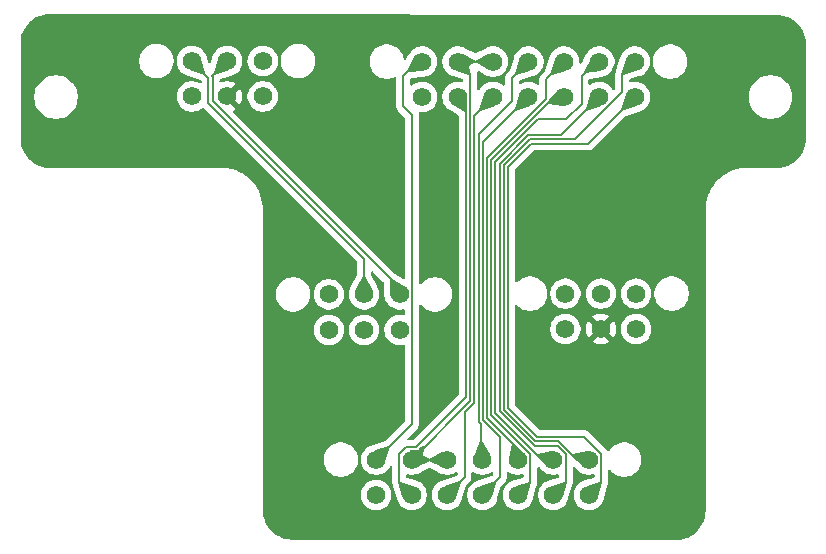
<source format=gbr>
%TF.GenerationSoftware,KiCad,Pcbnew,9.0.3*%
%TF.CreationDate,2025-08-25T22:17:15-05:00*%
%TF.ProjectId,Moco-IOBreakoutPCB,4d6f636f-2d49-44f4-9272-65616b6f7574,rev?*%
%TF.SameCoordinates,Original*%
%TF.FileFunction,Copper,L2,Bot*%
%TF.FilePolarity,Positive*%
%FSLAX46Y46*%
G04 Gerber Fmt 4.6, Leading zero omitted, Abs format (unit mm)*
G04 Created by KiCad (PCBNEW 9.0.3) date 2025-08-25 22:17:15*
%MOMM*%
%LPD*%
G01*
G04 APERTURE LIST*
%TA.AperFunction,ComponentPad*%
%ADD10C,1.574800*%
%TD*%
%TA.AperFunction,ViaPad*%
%ADD11C,0.600000*%
%TD*%
%TA.AperFunction,Conductor*%
%ADD12C,0.150000*%
%TD*%
G04 APERTURE END LIST*
D10*
%TO.P,J3,1,Pin_1*%
%TO.N,+12V*%
X166124998Y-77650000D03*
%TO.P,J3,2,Pin_2*%
%TO.N,GND*%
X163124999Y-77650000D03*
%TO.P,J3,3,Pin_3*%
%TO.N,unconnected-(J3-Pin_3-Pad3)*%
X160125000Y-77650000D03*
%TO.P,J3,4,Pin_4*%
%TO.N,/CAN_H-in*%
X166124998Y-74650001D03*
%TO.P,J3,5,Pin_5*%
%TO.N,/CAN_L-in*%
X163124999Y-74650001D03*
%TO.P,J3,6,Pin_6*%
%TO.N,unconnected-(J3-Pin_6-Pad6)*%
X160125000Y-74650001D03*
%TD*%
%TO.P,J2,1,Pin_1*%
%TO.N,/Serial_RX+*%
X162109994Y-91699999D03*
%TO.P,J2,2,Pin_2*%
%TO.N,/H3{slash}I_RX+*%
X159109995Y-91699999D03*
%TO.P,J2,3,Pin_3*%
%TO.N,/H2{slash}B_RX+*%
X156109996Y-91699999D03*
%TO.P,J2,4,Pin_4*%
%TO.N,/H1{slash}A_RX+*%
X153109997Y-91699999D03*
%TO.P,J2,5,Pin_5*%
%TO.N,+12V_MCI*%
X150109998Y-91699999D03*
%TO.P,J2,6,Pin_6*%
%TO.N,+5V_MCI*%
X147109999Y-91699999D03*
%TO.P,J2,7,Pin_7*%
%TO.N,unconnected-(J2-Pin_7-Pad7)*%
X144110000Y-91699999D03*
%TO.P,J2,8,Pin_8*%
%TO.N,/Serial_RX-*%
X162109994Y-88700000D03*
%TO.P,J2,9,Pin_9*%
%TO.N,/H3{slash}I_RX-*%
X159109995Y-88700000D03*
%TO.P,J2,10,Pin_10*%
%TO.N,/H2{slash}B_RX-*%
X156109996Y-88700000D03*
%TO.P,J2,11,Pin_11*%
%TO.N,/H1{slash}A_RX-*%
X153109997Y-88700000D03*
%TO.P,J2,12,Pin_12*%
%TO.N,GND_MCI*%
X150109998Y-88700000D03*
%TO.P,J2,13,Pin_13*%
X147109999Y-88700000D03*
%TO.P,J2,14,Pin_14*%
%TO.N,/Shield_MCI*%
X144110000Y-88700000D03*
%TD*%
%TO.P,J1,1,Pin_1*%
%TO.N,/Serial_RX+*%
X166000000Y-58000000D03*
%TO.P,J1,2,Pin_2*%
%TO.N,/H3{slash}I_RX+*%
X163000001Y-58000000D03*
%TO.P,J1,3,Pin_3*%
%TO.N,/H2{slash}B_RX+*%
X160000002Y-58000000D03*
%TO.P,J1,4,Pin_4*%
%TO.N,/H1{slash}A_RX+*%
X157000003Y-58000000D03*
%TO.P,J1,5,Pin_5*%
%TO.N,+12V_MCI*%
X154000004Y-58000000D03*
%TO.P,J1,6,Pin_6*%
%TO.N,+5V_MCI*%
X151000005Y-58000000D03*
%TO.P,J1,7,Pin_7*%
%TO.N,unconnected-(J1-Pin_7-Pad7)*%
X148000006Y-58000000D03*
%TO.P,J1,8,Pin_8*%
%TO.N,/Serial_RX-*%
X166000000Y-55000001D03*
%TO.P,J1,9,Pin_9*%
%TO.N,/H3{slash}I_RX-*%
X163000001Y-55000001D03*
%TO.P,J1,10,Pin_10*%
%TO.N,/H2{slash}B_RX-*%
X160000002Y-55000001D03*
%TO.P,J1,11,Pin_11*%
%TO.N,/H1{slash}A_RX-*%
X157000003Y-55000001D03*
%TO.P,J1,12,Pin_12*%
%TO.N,GND_MCI*%
X154000004Y-55000001D03*
%TO.P,J1,13,Pin_13*%
X151000005Y-55000001D03*
%TO.P,J1,14,Pin_14*%
%TO.N,/Shield_MCI*%
X148000006Y-55000001D03*
%TD*%
%TO.P,J4,1,Pin_1*%
%TO.N,unconnected-(J4-Pin_1-Pad1)*%
X146089999Y-77709999D03*
%TO.P,J4,2,Pin_2*%
%TO.N,unconnected-(J4-Pin_2-Pad2)*%
X143090000Y-77709999D03*
%TO.P,J4,3,Pin_3*%
%TO.N,unconnected-(J4-Pin_3-Pad3)*%
X140090001Y-77709999D03*
%TO.P,J4,4,Pin_4*%
%TO.N,/CAN_H-out*%
X146089999Y-74710000D03*
%TO.P,J4,5,Pin_5*%
%TO.N,/CAN_L-out*%
X143090000Y-74710000D03*
%TO.P,J4,6,Pin_6*%
%TO.N,unconnected-(J4-Pin_6-Pad6)*%
X140090001Y-74710000D03*
%TD*%
%TO.P,J5,1,Pin_1*%
%TO.N,+12V*%
X134500000Y-57949999D03*
%TO.P,J5,2,Pin_2*%
%TO.N,GND*%
X131500001Y-57949999D03*
%TO.P,J5,3,Pin_3*%
%TO.N,/CAN_H-in*%
X128500002Y-57949999D03*
%TO.P,J5,4,Pin_4*%
%TO.N,/CAN_L-in*%
X134500000Y-54950000D03*
%TO.P,J5,5,Pin_5*%
%TO.N,/CAN_H-out*%
X131500001Y-54950000D03*
%TO.P,J5,6,Pin_6*%
%TO.N,/CAN_L-out*%
X128500002Y-54950000D03*
%TD*%
D11*
%TO.N,GND*%
X161600000Y-78400000D03*
X144300000Y-67900000D03*
X144200000Y-70400000D03*
X145900000Y-69300000D03*
X145800000Y-72000000D03*
X148600000Y-63200000D03*
X150300000Y-62900000D03*
X150300000Y-61100000D03*
X148500000Y-61500000D03*
X150100000Y-79500000D03*
X148500000Y-81100000D03*
X150100000Y-81900000D03*
X148400000Y-83300000D03*
%TD*%
D12*
%TO.N,/Shield_MCI*%
X147599999Y-55000001D02*
X148000006Y-55000001D01*
X147153399Y-59553399D02*
X146400000Y-58800000D01*
X146400000Y-58800000D02*
X146400000Y-56200000D01*
X146400000Y-56200000D02*
X147599999Y-55000001D01*
X147153399Y-85656601D02*
X147153399Y-59553399D01*
X144110000Y-88700000D02*
X147153399Y-85656601D01*
%TO.N,+12V_MCI*%
X152414405Y-59585599D02*
X154000004Y-58000000D01*
X152414405Y-83891982D02*
X152414405Y-59585599D01*
X151600000Y-84706387D02*
X152414405Y-83891982D01*
X151600000Y-90209997D02*
X151600000Y-84706387D01*
X150109998Y-91699999D02*
X151600000Y-90209997D01*
%TO.N,/H1{slash}A_RX+*%
X153151000Y-85364193D02*
X153151000Y-61849003D01*
X154600000Y-86813193D02*
X153151000Y-85364193D01*
X154600000Y-90209996D02*
X154600000Y-86813193D01*
X153109997Y-91699999D02*
X154600000Y-90209996D01*
X153151000Y-61849003D02*
X157000003Y-58000000D01*
%TO.N,/Serial_RX+*%
X162053418Y-61946582D02*
X166000000Y-58000000D01*
X157235358Y-61946582D02*
X162053418Y-61946582D01*
X155257000Y-63924940D02*
X157235358Y-61946582D01*
X155257000Y-84318448D02*
X155257000Y-63924940D01*
X157716470Y-86777918D02*
X155257000Y-84318448D01*
X161691787Y-86777918D02*
X157716470Y-86777918D01*
X163173394Y-88259525D02*
X161691787Y-86777918D01*
X163173394Y-90636599D02*
X163173394Y-88259525D01*
X162109994Y-91699999D02*
X163173394Y-90636599D01*
%TO.N,/Serial_RX-*%
X164936600Y-56063401D02*
X166000000Y-55000001D01*
X164936600Y-57567276D02*
X164936600Y-56063401D01*
X160908294Y-61595582D02*
X164936600Y-57567276D01*
X157089970Y-61595582D02*
X160908294Y-61595582D01*
X154906000Y-63779552D02*
X157089970Y-61595582D01*
X154906000Y-84463836D02*
X154906000Y-63779552D01*
X157571082Y-87128918D02*
X154906000Y-84463836D01*
X159539176Y-87128918D02*
X157571082Y-87128918D01*
X161110259Y-88700000D02*
X159539176Y-87128918D01*
X162109994Y-88700000D02*
X161110259Y-88700000D01*
%TO.N,/H3{slash}I_RX+*%
X159755419Y-61244582D02*
X163000001Y-58000000D01*
X156944582Y-61244582D02*
X159755419Y-61244582D01*
X154555000Y-63634164D02*
X156944582Y-61244582D01*
X157522888Y-87577112D02*
X154555000Y-84609224D01*
X154555000Y-84609224D02*
X154555000Y-63634164D01*
X160173395Y-88259525D02*
X159490982Y-87577112D01*
X159490982Y-87577112D02*
X157522888Y-87577112D01*
X160173395Y-90636599D02*
X160173395Y-88259525D01*
X159109995Y-91699999D02*
X160173395Y-90636599D01*
%TO.N,/H3{slash}I_RX-*%
X162699999Y-55000001D02*
X163000001Y-55000001D01*
X161500000Y-56200000D02*
X162699999Y-55000001D01*
X160200000Y-59900000D02*
X161500000Y-58600000D01*
X154204000Y-63488776D02*
X157792776Y-59900000D01*
X157792776Y-59900000D02*
X160200000Y-59900000D01*
X161500000Y-58600000D02*
X161500000Y-56200000D01*
X154204000Y-84754612D02*
X154204000Y-63488776D01*
X158149388Y-88700000D02*
X154204000Y-84754612D01*
X159109995Y-88700000D02*
X158149388Y-88700000D01*
%TO.N,/H2{slash}B_RX+*%
X159196388Y-58000000D02*
X160000002Y-58000000D01*
X153853000Y-84900000D02*
X153853000Y-63343388D01*
X157173396Y-88220396D02*
X153853000Y-84900000D01*
X157173396Y-90636599D02*
X157173396Y-88220396D01*
X156109996Y-91699999D02*
X157173396Y-90636599D01*
X153853000Y-63343388D02*
X159196388Y-58000000D01*
%TO.N,/H2{slash}B_RX-*%
X158500000Y-58200000D02*
X158500000Y-56500003D01*
X153502000Y-63198000D02*
X158500000Y-58200000D01*
X153502000Y-85218805D02*
X153502000Y-63198000D01*
X158500000Y-56500003D02*
X160000002Y-55000001D01*
X156109996Y-88700000D02*
X156109996Y-87826801D01*
X156109996Y-87826801D02*
X153502000Y-85218805D01*
%TO.N,/H1{slash}A_RX-*%
X155600000Y-56400004D02*
X157000003Y-55000001D01*
X152800000Y-61100000D02*
X155600000Y-58300000D01*
X153000000Y-85709582D02*
X152800000Y-85509581D01*
X153000000Y-88590003D02*
X153000000Y-85709582D01*
X152800000Y-85509581D02*
X152800000Y-61100000D01*
X153109997Y-88700000D02*
X153000000Y-88590003D01*
X155600000Y-58300000D02*
X155600000Y-56400004D01*
%TO.N,GND_MCI*%
X147109999Y-88700000D02*
X150109998Y-88700000D01*
X151000005Y-55000001D02*
X154000004Y-55000001D01*
X152063405Y-83746594D02*
X152063405Y-56063401D01*
X152063405Y-56063401D02*
X151000005Y-55000001D01*
X147109999Y-88700000D02*
X152063405Y-83746594D01*
%TO.N,/CAN_L-out*%
X143090000Y-71686388D02*
X143090000Y-74710000D01*
X129900000Y-58496389D02*
X143090000Y-71686388D01*
X128500002Y-54950000D02*
X129900000Y-56349998D01*
X129900000Y-56349998D02*
X129900000Y-58496389D01*
%TO.N,/CAN_H-out*%
X130251000Y-56204609D02*
X130248196Y-56201805D01*
X130251000Y-58351000D02*
X130251000Y-56204609D01*
X130248196Y-56201805D02*
X131500001Y-54950000D01*
X146089999Y-74189999D02*
X130251000Y-58351000D01*
X146089999Y-74710000D02*
X146089999Y-74189999D01*
%TO.N,+5V_MCI*%
X151712405Y-83387595D02*
X151712405Y-58712400D01*
X151712405Y-58712400D02*
X151000005Y-58000000D01*
X146669524Y-87636600D02*
X147463400Y-87636600D01*
X146046599Y-90636599D02*
X146046599Y-88259525D01*
X146046599Y-88259525D02*
X146669524Y-87636600D01*
X147463400Y-87636600D02*
X151712405Y-83387595D01*
X147109999Y-91699999D02*
X146046599Y-90636599D01*
%TD*%
%TA.AperFunction,Conductor*%
%TO.N,GND*%
G36*
X177933866Y-51030760D02*
G01*
X177934108Y-51030825D01*
X177996387Y-51030825D01*
X177996401Y-51030829D01*
X178003744Y-51031051D01*
X178293794Y-51048596D01*
X178308656Y-51050400D01*
X178590799Y-51102105D01*
X178605324Y-51105686D01*
X178879177Y-51191022D01*
X178893169Y-51196329D01*
X179020024Y-51253423D01*
X179154727Y-51314048D01*
X179167978Y-51321001D01*
X179413457Y-51469400D01*
X179425768Y-51477898D01*
X179586849Y-51604097D01*
X179651559Y-51654794D01*
X179662768Y-51664724D01*
X179865588Y-51867547D01*
X179875517Y-51878755D01*
X180052411Y-52104545D01*
X180060917Y-52116869D01*
X180209300Y-52362328D01*
X180216259Y-52375587D01*
X180333974Y-52637145D01*
X180339284Y-52651145D01*
X180424618Y-52924996D01*
X180428201Y-52939535D01*
X180479900Y-53221661D01*
X180481705Y-53236526D01*
X180499273Y-53526999D01*
X180499499Y-53534483D01*
X180499499Y-53566656D01*
X180499499Y-53596213D01*
X180499499Y-53596215D01*
X180499500Y-53606207D01*
X180499500Y-61496249D01*
X180499274Y-61503736D01*
X180481728Y-61793794D01*
X180479923Y-61808659D01*
X180428219Y-62090798D01*
X180424635Y-62105336D01*
X180339306Y-62379167D01*
X180333997Y-62393168D01*
X180216275Y-62654736D01*
X180209316Y-62667995D01*
X180060928Y-62913459D01*
X180052422Y-62925782D01*
X179875526Y-63151573D01*
X179865596Y-63162781D01*
X179662781Y-63365596D01*
X179651573Y-63375526D01*
X179425782Y-63552422D01*
X179413459Y-63560928D01*
X179167995Y-63709316D01*
X179154736Y-63716275D01*
X178893168Y-63833997D01*
X178879167Y-63839306D01*
X178605336Y-63924635D01*
X178590798Y-63928219D01*
X178308659Y-63979923D01*
X178293794Y-63981728D01*
X178003736Y-63999274D01*
X177996249Y-63999500D01*
X175565892Y-63999500D01*
X175500000Y-63999500D01*
X175328031Y-63999500D01*
X175249966Y-64007188D01*
X174985750Y-64033210D01*
X174648427Y-64100308D01*
X174319293Y-64200150D01*
X174001535Y-64331770D01*
X174001530Y-64331772D01*
X173698224Y-64493893D01*
X173698206Y-64493904D01*
X173412248Y-64684975D01*
X173412234Y-64684985D01*
X173146367Y-64903176D01*
X172903176Y-65146367D01*
X172684985Y-65412234D01*
X172684975Y-65412248D01*
X172493904Y-65698206D01*
X172493893Y-65698224D01*
X172331772Y-66001530D01*
X172331770Y-66001535D01*
X172200150Y-66319293D01*
X172100308Y-66648427D01*
X172033210Y-66985750D01*
X172014076Y-67180035D01*
X172001340Y-67309356D01*
X171999500Y-67328034D01*
X171999500Y-92996249D01*
X171999274Y-93003736D01*
X171981728Y-93293794D01*
X171979923Y-93308659D01*
X171928219Y-93590798D01*
X171924635Y-93605336D01*
X171839306Y-93879167D01*
X171833997Y-93893168D01*
X171716275Y-94154736D01*
X171709316Y-94167995D01*
X171560928Y-94413459D01*
X171552422Y-94425782D01*
X171375526Y-94651573D01*
X171365596Y-94662781D01*
X171162781Y-94865596D01*
X171151573Y-94875526D01*
X170925782Y-95052422D01*
X170913459Y-95060928D01*
X170667995Y-95209316D01*
X170654736Y-95216275D01*
X170393168Y-95333997D01*
X170379167Y-95339306D01*
X170105336Y-95424635D01*
X170090798Y-95428219D01*
X169808659Y-95479923D01*
X169793793Y-95481728D01*
X169503772Y-95499270D01*
X169496215Y-95499496D01*
X137072849Y-95480860D01*
X137072849Y-95480859D01*
X137064705Y-95480854D01*
X137064575Y-95480820D01*
X137002375Y-95480820D01*
X137002366Y-95480817D01*
X136994959Y-95480594D01*
X136974234Y-95479340D01*
X136704888Y-95463046D01*
X136690024Y-95461241D01*
X136407889Y-95409537D01*
X136393350Y-95405953D01*
X136119510Y-95320620D01*
X136105509Y-95315310D01*
X135843951Y-95197591D01*
X135830693Y-95190633D01*
X135585226Y-95042242D01*
X135572903Y-95033736D01*
X135347112Y-94856840D01*
X135335904Y-94846910D01*
X135133089Y-94644095D01*
X135123159Y-94632887D01*
X135017844Y-94498462D01*
X134946259Y-94407090D01*
X134937761Y-94394779D01*
X134789365Y-94149305D01*
X134782408Y-94136048D01*
X134664686Y-93874483D01*
X134659381Y-93860496D01*
X134574044Y-93586642D01*
X134570462Y-93572110D01*
X134556435Y-93495571D01*
X134518757Y-93289974D01*
X134516953Y-93275112D01*
X134499406Y-92985052D01*
X134499180Y-92977564D01*
X134499180Y-91598639D01*
X142822100Y-91598639D01*
X142822100Y-91801358D01*
X142853116Y-91997187D01*
X142853813Y-92001583D01*
X142853815Y-92001590D01*
X142916458Y-92194383D01*
X143008492Y-92375008D01*
X143127639Y-92539003D01*
X143270995Y-92682359D01*
X143424456Y-92793853D01*
X143434994Y-92801509D01*
X143615618Y-92893542D01*
X143808416Y-92956186D01*
X144008640Y-92987899D01*
X144008641Y-92987899D01*
X144211359Y-92987899D01*
X144211360Y-92987899D01*
X144411584Y-92956186D01*
X144604382Y-92893542D01*
X144785006Y-92801509D01*
X144877085Y-92734609D01*
X144949004Y-92682359D01*
X144949006Y-92682356D01*
X144949010Y-92682354D01*
X145092355Y-92539009D01*
X145092357Y-92539005D01*
X145092360Y-92539003D01*
X145144610Y-92467084D01*
X145211510Y-92375005D01*
X145303543Y-92194381D01*
X145366187Y-92001583D01*
X145397900Y-91801359D01*
X145397900Y-91598639D01*
X145366187Y-91398415D01*
X145303543Y-91205617D01*
X145211510Y-91024993D01*
X145203854Y-91014455D01*
X145092360Y-90860994D01*
X144949004Y-90717638D01*
X144785009Y-90598491D01*
X144785008Y-90598490D01*
X144785006Y-90598489D01*
X144604382Y-90506456D01*
X144411584Y-90443812D01*
X144411582Y-90443811D01*
X144411580Y-90443811D01*
X144271782Y-90421669D01*
X144211360Y-90412099D01*
X144008640Y-90412099D01*
X143962224Y-90419450D01*
X143808419Y-90443811D01*
X143615615Y-90506457D01*
X143434990Y-90598491D01*
X143270995Y-90717638D01*
X143127639Y-90860994D01*
X143008492Y-91024989D01*
X142916458Y-91205614D01*
X142853812Y-91398418D01*
X142822100Y-91598639D01*
X134499180Y-91598639D01*
X134499180Y-88585326D01*
X139652998Y-88585326D01*
X139652998Y-88814673D01*
X139688873Y-89041182D01*
X139759744Y-89259298D01*
X139846341Y-89429251D01*
X139863860Y-89463634D01*
X139998661Y-89649172D01*
X140160826Y-89811337D01*
X140346364Y-89946138D01*
X140417677Y-89982474D01*
X140550699Y-90050253D01*
X140550701Y-90050253D01*
X140550704Y-90050255D01*
X140667617Y-90088242D01*
X140768815Y-90121124D01*
X140995325Y-90157000D01*
X140995330Y-90157000D01*
X141224671Y-90157000D01*
X141451180Y-90121124D01*
X141526989Y-90096492D01*
X141669292Y-90050255D01*
X141873632Y-89946138D01*
X142059170Y-89811337D01*
X142221335Y-89649172D01*
X142356136Y-89463634D01*
X142460253Y-89259294D01*
X142531122Y-89041182D01*
X142538090Y-88997188D01*
X142566998Y-88814673D01*
X142566998Y-88585326D01*
X142531122Y-88358817D01*
X142481343Y-88205615D01*
X142460253Y-88140706D01*
X142460251Y-88140703D01*
X142460251Y-88140701D01*
X142372171Y-87967837D01*
X142356136Y-87936366D01*
X142221335Y-87750828D01*
X142059170Y-87588663D01*
X141873632Y-87453862D01*
X141852842Y-87443269D01*
X141669296Y-87349746D01*
X141451180Y-87278875D01*
X141224671Y-87243000D01*
X141224666Y-87243000D01*
X140995330Y-87243000D01*
X140995325Y-87243000D01*
X140768815Y-87278875D01*
X140550699Y-87349746D01*
X140346363Y-87453862D01*
X140160823Y-87588665D01*
X139998663Y-87750825D01*
X139863860Y-87936365D01*
X139759744Y-88140701D01*
X139688873Y-88358817D01*
X139652998Y-88585326D01*
X134499180Y-88585326D01*
X134499180Y-77608639D01*
X138802101Y-77608639D01*
X138802101Y-77811359D01*
X138833814Y-78011583D01*
X138896458Y-78204381D01*
X138979265Y-78366899D01*
X138988493Y-78385008D01*
X139107640Y-78549003D01*
X139250996Y-78692359D01*
X139404457Y-78803853D01*
X139414995Y-78811509D01*
X139595619Y-78903542D01*
X139788417Y-78966186D01*
X139988641Y-78997899D01*
X139988642Y-78997899D01*
X140191360Y-78997899D01*
X140191361Y-78997899D01*
X140391585Y-78966186D01*
X140584383Y-78903542D01*
X140765007Y-78811509D01*
X140857086Y-78744609D01*
X140929005Y-78692359D01*
X140929007Y-78692356D01*
X140929011Y-78692354D01*
X141072356Y-78549009D01*
X141072358Y-78549005D01*
X141072361Y-78549003D01*
X141124611Y-78477084D01*
X141191511Y-78385005D01*
X141283544Y-78204381D01*
X141346188Y-78011583D01*
X141377901Y-77811359D01*
X141377901Y-77608639D01*
X141802100Y-77608639D01*
X141802100Y-77811359D01*
X141833813Y-78011583D01*
X141896457Y-78204381D01*
X141979264Y-78366899D01*
X141988492Y-78385008D01*
X142107639Y-78549003D01*
X142250995Y-78692359D01*
X142404456Y-78803853D01*
X142414994Y-78811509D01*
X142595618Y-78903542D01*
X142788416Y-78966186D01*
X142988640Y-78997899D01*
X142988641Y-78997899D01*
X143191359Y-78997899D01*
X143191360Y-78997899D01*
X143391584Y-78966186D01*
X143584382Y-78903542D01*
X143765006Y-78811509D01*
X143857085Y-78744609D01*
X143929004Y-78692359D01*
X143929006Y-78692356D01*
X143929010Y-78692354D01*
X144072355Y-78549009D01*
X144072357Y-78549005D01*
X144072360Y-78549003D01*
X144124610Y-78477084D01*
X144191510Y-78385005D01*
X144283543Y-78204381D01*
X144346187Y-78011583D01*
X144377900Y-77811359D01*
X144377900Y-77608639D01*
X144346187Y-77408415D01*
X144283543Y-77215617D01*
X144191510Y-77034993D01*
X144183854Y-77024455D01*
X144072360Y-76870994D01*
X143929004Y-76727638D01*
X143765009Y-76608491D01*
X143765008Y-76608490D01*
X143765006Y-76608489D01*
X143584382Y-76516456D01*
X143391584Y-76453812D01*
X143391582Y-76453811D01*
X143391580Y-76453811D01*
X143251782Y-76431669D01*
X143191360Y-76422099D01*
X142988640Y-76422099D01*
X142942224Y-76429450D01*
X142788419Y-76453811D01*
X142595615Y-76516457D01*
X142414990Y-76608491D01*
X142250995Y-76727638D01*
X142107639Y-76870994D01*
X141988492Y-77034989D01*
X141896458Y-77215614D01*
X141833812Y-77408418D01*
X141811603Y-77548640D01*
X141802100Y-77608639D01*
X141377901Y-77608639D01*
X141346188Y-77408415D01*
X141283544Y-77215617D01*
X141191511Y-77034993D01*
X141183855Y-77024455D01*
X141072361Y-76870994D01*
X140929005Y-76727638D01*
X140765010Y-76608491D01*
X140765009Y-76608490D01*
X140765007Y-76608489D01*
X140584383Y-76516456D01*
X140391585Y-76453812D01*
X140391583Y-76453811D01*
X140391581Y-76453811D01*
X140251783Y-76431669D01*
X140191361Y-76422099D01*
X139988641Y-76422099D01*
X139942225Y-76429450D01*
X139788420Y-76453811D01*
X139595616Y-76516457D01*
X139414991Y-76608491D01*
X139250996Y-76727638D01*
X139107640Y-76870994D01*
X138988493Y-77034989D01*
X138896459Y-77215614D01*
X138833813Y-77408418D01*
X138811604Y-77548640D01*
X138802101Y-77608639D01*
X134499180Y-77608639D01*
X134499180Y-74595326D01*
X135633002Y-74595326D01*
X135633002Y-74824673D01*
X135668877Y-75051182D01*
X135739748Y-75269298D01*
X135798707Y-75385009D01*
X135843864Y-75473634D01*
X135978665Y-75659172D01*
X136140830Y-75821337D01*
X136326368Y-75956138D01*
X136397681Y-75992474D01*
X136530703Y-76060253D01*
X136530705Y-76060253D01*
X136530708Y-76060255D01*
X136647621Y-76098242D01*
X136748819Y-76131124D01*
X136975329Y-76167000D01*
X136975334Y-76167000D01*
X137204675Y-76167000D01*
X137431184Y-76131124D01*
X137649296Y-76060255D01*
X137853636Y-75956138D01*
X138039174Y-75821337D01*
X138201339Y-75659172D01*
X138336140Y-75473634D01*
X138440257Y-75269294D01*
X138511126Y-75051182D01*
X138525296Y-74961717D01*
X138547002Y-74824673D01*
X138547002Y-74608640D01*
X138802101Y-74608640D01*
X138802101Y-74811359D01*
X138830582Y-74991183D01*
X138833814Y-75011584D01*
X138896458Y-75204382D01*
X138957921Y-75325010D01*
X138988493Y-75385009D01*
X139107640Y-75549004D01*
X139250996Y-75692360D01*
X139404457Y-75803854D01*
X139414995Y-75811510D01*
X139595619Y-75903543D01*
X139788417Y-75966187D01*
X139988641Y-75997900D01*
X139988642Y-75997900D01*
X140191360Y-75997900D01*
X140191361Y-75997900D01*
X140391585Y-75966187D01*
X140584383Y-75903543D01*
X140765007Y-75811510D01*
X140857086Y-75744610D01*
X140929005Y-75692360D01*
X140929007Y-75692357D01*
X140929011Y-75692355D01*
X141072356Y-75549010D01*
X141072358Y-75549006D01*
X141072361Y-75549004D01*
X141127119Y-75473634D01*
X141191511Y-75385006D01*
X141283544Y-75204382D01*
X141346188Y-75011584D01*
X141377901Y-74811360D01*
X141377901Y-74608640D01*
X141346188Y-74408416D01*
X141283544Y-74215618D01*
X141191511Y-74034994D01*
X141149637Y-73977359D01*
X141072361Y-73870995D01*
X140929005Y-73727639D01*
X140765010Y-73608492D01*
X140765009Y-73608491D01*
X140765007Y-73608490D01*
X140584383Y-73516457D01*
X140391585Y-73453813D01*
X140391583Y-73453812D01*
X140391581Y-73453812D01*
X140251783Y-73431670D01*
X140191361Y-73422100D01*
X139988641Y-73422100D01*
X139942225Y-73429451D01*
X139788420Y-73453812D01*
X139595616Y-73516458D01*
X139414991Y-73608492D01*
X139250996Y-73727639D01*
X139107640Y-73870995D01*
X138988493Y-74034990D01*
X138896459Y-74215615D01*
X138833813Y-74408419D01*
X138802101Y-74608640D01*
X138547002Y-74608640D01*
X138547002Y-74595326D01*
X138511126Y-74368817D01*
X138440255Y-74150701D01*
X138379869Y-74032189D01*
X138336140Y-73946366D01*
X138201339Y-73760828D01*
X138039174Y-73598663D01*
X137853636Y-73463862D01*
X137833912Y-73453812D01*
X137649300Y-73359746D01*
X137431184Y-73288875D01*
X137204675Y-73253000D01*
X137204670Y-73253000D01*
X136975334Y-73253000D01*
X136975329Y-73253000D01*
X136748819Y-73288875D01*
X136530703Y-73359746D01*
X136326367Y-73463862D01*
X136140827Y-73598665D01*
X135978667Y-73760825D01*
X135843864Y-73946365D01*
X135739748Y-74150701D01*
X135668877Y-74368817D01*
X135633002Y-74595326D01*
X134499180Y-74595326D01*
X134499180Y-67481317D01*
X134499182Y-67309354D01*
X134465472Y-66967072D01*
X134398374Y-66629742D01*
X134298536Y-66300614D01*
X134166917Y-65982856D01*
X134004787Y-65679529D01*
X133813706Y-65393555D01*
X133595514Y-65127687D01*
X133595513Y-65127686D01*
X133595509Y-65127681D01*
X133352318Y-64884490D01*
X133086450Y-64666298D01*
X133086449Y-64666297D01*
X133086445Y-64666294D01*
X132846697Y-64506100D01*
X132800476Y-64475216D01*
X132800473Y-64475214D01*
X132784909Y-64466895D01*
X132497144Y-64313083D01*
X132259582Y-64214682D01*
X132179387Y-64181464D01*
X131999842Y-64127001D01*
X131850258Y-64081626D01*
X131850253Y-64081625D01*
X131850250Y-64081624D01*
X131850238Y-64081621D01*
X131512933Y-64014529D01*
X131512928Y-64014528D01*
X131512925Y-64014527D01*
X131512915Y-64014526D01*
X131270261Y-63990628D01*
X131170646Y-63980818D01*
X131170643Y-63980818D01*
X131064231Y-63980818D01*
X131063927Y-63980737D01*
X131000293Y-63980818D01*
X130999507Y-63980818D01*
X130999506Y-63980819D01*
X130999500Y-63980819D01*
X130998861Y-63980819D01*
X130998677Y-63980820D01*
X130925599Y-63980820D01*
X130924127Y-63980916D01*
X116503817Y-63999494D01*
X116496170Y-63999268D01*
X116206205Y-63981728D01*
X116191340Y-63979923D01*
X115909201Y-63928219D01*
X115894663Y-63924635D01*
X115620832Y-63839306D01*
X115606831Y-63833997D01*
X115345263Y-63716275D01*
X115332004Y-63709316D01*
X115086540Y-63560928D01*
X115074217Y-63552422D01*
X114848426Y-63375526D01*
X114837218Y-63365596D01*
X114634403Y-63162781D01*
X114624473Y-63151573D01*
X114447573Y-62925776D01*
X114439075Y-62913465D01*
X114290680Y-62667989D01*
X114283727Y-62654743D01*
X114166000Y-62393163D01*
X114160693Y-62379167D01*
X114075364Y-62105336D01*
X114071780Y-62090798D01*
X114020076Y-61808659D01*
X114018271Y-61793794D01*
X114000726Y-61503736D01*
X114000500Y-61496249D01*
X114000500Y-57878711D01*
X115149500Y-57878711D01*
X115149500Y-58121288D01*
X115181161Y-58361785D01*
X115243947Y-58596104D01*
X115336773Y-58820205D01*
X115336777Y-58820214D01*
X115347629Y-58839010D01*
X115458064Y-59030289D01*
X115458066Y-59030292D01*
X115458067Y-59030293D01*
X115605733Y-59222736D01*
X115605739Y-59222743D01*
X115777256Y-59394260D01*
X115777262Y-59394265D01*
X115969711Y-59541936D01*
X116179788Y-59663224D01*
X116403900Y-59756054D01*
X116638211Y-59818838D01*
X116818586Y-59842584D01*
X116878711Y-59850500D01*
X116878712Y-59850500D01*
X117121289Y-59850500D01*
X117177186Y-59843141D01*
X117361789Y-59818838D01*
X117596100Y-59756054D01*
X117820212Y-59663224D01*
X118030289Y-59541936D01*
X118222738Y-59394265D01*
X118394265Y-59222738D01*
X118541936Y-59030289D01*
X118663224Y-58820212D01*
X118756054Y-58596100D01*
X118818838Y-58361789D01*
X118850500Y-58121288D01*
X118850500Y-57878712D01*
X118848155Y-57860903D01*
X118820197Y-57648535D01*
X118818838Y-57638211D01*
X118756054Y-57403900D01*
X118663224Y-57179788D01*
X118541936Y-56969711D01*
X118439639Y-56836395D01*
X118394266Y-56777263D01*
X118394260Y-56777256D01*
X118222743Y-56605739D01*
X118222736Y-56605733D01*
X118030293Y-56458067D01*
X118030292Y-56458066D01*
X118030289Y-56458064D01*
X117820212Y-56336776D01*
X117748312Y-56306994D01*
X117596104Y-56243947D01*
X117361785Y-56181161D01*
X117121289Y-56149500D01*
X117121288Y-56149500D01*
X116878712Y-56149500D01*
X116878711Y-56149500D01*
X116638214Y-56181161D01*
X116403895Y-56243947D01*
X116179794Y-56336773D01*
X116179785Y-56336777D01*
X115969706Y-56458067D01*
X115777263Y-56605733D01*
X115777256Y-56605739D01*
X115605739Y-56777256D01*
X115605733Y-56777263D01*
X115458067Y-56969706D01*
X115336777Y-57179785D01*
X115336773Y-57179794D01*
X115243947Y-57403895D01*
X115181161Y-57638214D01*
X115149500Y-57878711D01*
X114000500Y-57878711D01*
X114000500Y-54835326D01*
X124043003Y-54835326D01*
X124043003Y-55064673D01*
X124078878Y-55291182D01*
X124149749Y-55509298D01*
X124208708Y-55625009D01*
X124253865Y-55713634D01*
X124388666Y-55899172D01*
X124550831Y-56061337D01*
X124736369Y-56196138D01*
X124818331Y-56237900D01*
X124940704Y-56300253D01*
X124940706Y-56300253D01*
X124940709Y-56300255D01*
X125002626Y-56320373D01*
X125158820Y-56371124D01*
X125385330Y-56407000D01*
X125385335Y-56407000D01*
X125614676Y-56407000D01*
X125841185Y-56371124D01*
X126059297Y-56300255D01*
X126263637Y-56196138D01*
X126449175Y-56061337D01*
X126611340Y-55899172D01*
X126746141Y-55713634D01*
X126850258Y-55509294D01*
X126921127Y-55291182D01*
X126939372Y-55175988D01*
X126957003Y-55064673D01*
X126957003Y-54848640D01*
X127212102Y-54848640D01*
X127212102Y-55051360D01*
X127220007Y-55101270D01*
X127231841Y-55175988D01*
X127243815Y-55251584D01*
X127306459Y-55444382D01*
X127365012Y-55559299D01*
X127398494Y-55625009D01*
X127517641Y-55789004D01*
X127660997Y-55932360D01*
X127808448Y-56039487D01*
X127824996Y-56051510D01*
X128005620Y-56143543D01*
X128198418Y-56206187D01*
X128198421Y-56206187D01*
X128200661Y-56206725D01*
X128209365Y-56209152D01*
X129238161Y-56537100D01*
X129296055Y-56576215D01*
X129323611Y-56640421D01*
X129324500Y-56655242D01*
X129324500Y-56722309D01*
X129304815Y-56789348D01*
X129252011Y-56835103D01*
X129182853Y-56845047D01*
X129144205Y-56832794D01*
X128994386Y-56756457D01*
X128994385Y-56756456D01*
X128994384Y-56756456D01*
X128801586Y-56693812D01*
X128801584Y-56693811D01*
X128801582Y-56693811D01*
X128642495Y-56668614D01*
X128601362Y-56662099D01*
X128398642Y-56662099D01*
X128357509Y-56668614D01*
X128198421Y-56693811D01*
X128198418Y-56693812D01*
X128014395Y-56753605D01*
X128005617Y-56756457D01*
X127824992Y-56848491D01*
X127660997Y-56967638D01*
X127517641Y-57110994D01*
X127398494Y-57274989D01*
X127306460Y-57455614D01*
X127243814Y-57648418D01*
X127212102Y-57848639D01*
X127212102Y-58051358D01*
X127243795Y-58251462D01*
X127243815Y-58251583D01*
X127306459Y-58444381D01*
X127398362Y-58624750D01*
X127398494Y-58625008D01*
X127517641Y-58789003D01*
X127660997Y-58932359D01*
X127784567Y-59022136D01*
X127824996Y-59051509D01*
X128005620Y-59143542D01*
X128198418Y-59206186D01*
X128398642Y-59237899D01*
X128398643Y-59237899D01*
X128601361Y-59237899D01*
X128601362Y-59237899D01*
X128801586Y-59206186D01*
X128994384Y-59143542D01*
X129175008Y-59051509D01*
X129270191Y-58982355D01*
X129339009Y-58932357D01*
X129342861Y-58928505D01*
X129404182Y-58895016D01*
X129473874Y-58899995D01*
X129518229Y-58928499D01*
X142478181Y-71888448D01*
X142511666Y-71949771D01*
X142514500Y-71976129D01*
X142514500Y-72987662D01*
X142500669Y-73044572D01*
X141994134Y-74025150D01*
X141989706Y-74033007D01*
X141988496Y-74034981D01*
X141896458Y-74215615D01*
X141833812Y-74408419D01*
X141802100Y-74608640D01*
X141802100Y-74811359D01*
X141830581Y-74991183D01*
X141833813Y-75011584D01*
X141896457Y-75204382D01*
X141957920Y-75325010D01*
X141988492Y-75385009D01*
X142107639Y-75549004D01*
X142250995Y-75692360D01*
X142404456Y-75803854D01*
X142414994Y-75811510D01*
X142595618Y-75903543D01*
X142788416Y-75966187D01*
X142988640Y-75997900D01*
X142988641Y-75997900D01*
X143191359Y-75997900D01*
X143191360Y-75997900D01*
X143391584Y-75966187D01*
X143584382Y-75903543D01*
X143765006Y-75811510D01*
X143857085Y-75744610D01*
X143929004Y-75692360D01*
X143929006Y-75692357D01*
X143929010Y-75692355D01*
X144072355Y-75549010D01*
X144072357Y-75549006D01*
X144072360Y-75549004D01*
X144127118Y-75473634D01*
X144191510Y-75385006D01*
X144283543Y-75204382D01*
X144346187Y-75011584D01*
X144377900Y-74811360D01*
X144377900Y-74608640D01*
X144346187Y-74408416D01*
X144283543Y-74215618D01*
X144191510Y-74034994D01*
X144191509Y-74034992D01*
X144190308Y-74033032D01*
X144185863Y-74025147D01*
X143679331Y-73044572D01*
X143676099Y-73031273D01*
X143670523Y-73022597D01*
X143665500Y-72987662D01*
X143665500Y-72878741D01*
X143685185Y-72811702D01*
X143737989Y-72765947D01*
X143807147Y-72756003D01*
X143870703Y-72785028D01*
X143877181Y-72791060D01*
X144725907Y-73639786D01*
X144759392Y-73701109D01*
X144762109Y-73722080D01*
X144801982Y-74638976D01*
X144802099Y-74644363D01*
X144802099Y-74811360D01*
X144812555Y-74877376D01*
X144815238Y-74910239D01*
X144815448Y-74911989D01*
X144825389Y-74958415D01*
X144825912Y-74961717D01*
X144825916Y-74961735D01*
X144833811Y-75011582D01*
X144833812Y-75011584D01*
X144896456Y-75204382D01*
X144957919Y-75325010D01*
X144988491Y-75385009D01*
X145107638Y-75549004D01*
X145250994Y-75692360D01*
X145404455Y-75803854D01*
X145414993Y-75811510D01*
X145595617Y-75903543D01*
X145788415Y-75966187D01*
X145988639Y-75997900D01*
X145988640Y-75997900D01*
X146191358Y-75997900D01*
X146191359Y-75997900D01*
X146391583Y-75966187D01*
X146415582Y-75958388D01*
X146485421Y-75956394D01*
X146545254Y-75992474D01*
X146576083Y-76055174D01*
X146577899Y-76076320D01*
X146577899Y-76343678D01*
X146558214Y-76410717D01*
X146505410Y-76456472D01*
X146436252Y-76466416D01*
X146415581Y-76461609D01*
X146391584Y-76453812D01*
X146291471Y-76437955D01*
X146191359Y-76422099D01*
X145988639Y-76422099D01*
X145942223Y-76429450D01*
X145788418Y-76453811D01*
X145595614Y-76516457D01*
X145414989Y-76608491D01*
X145250994Y-76727638D01*
X145107638Y-76870994D01*
X144988491Y-77034989D01*
X144896457Y-77215614D01*
X144833811Y-77408418D01*
X144811602Y-77548640D01*
X144802099Y-77608639D01*
X144802099Y-77811359D01*
X144833812Y-78011583D01*
X144896456Y-78204381D01*
X144979263Y-78366899D01*
X144988491Y-78385008D01*
X145107638Y-78549003D01*
X145250994Y-78692359D01*
X145404455Y-78803853D01*
X145414993Y-78811509D01*
X145595617Y-78903542D01*
X145788415Y-78966186D01*
X145988639Y-78997899D01*
X145988640Y-78997899D01*
X146191358Y-78997899D01*
X146191359Y-78997899D01*
X146391583Y-78966186D01*
X146415582Y-78958387D01*
X146485421Y-78956393D01*
X146545254Y-78992473D01*
X146576083Y-79055173D01*
X146577899Y-79076319D01*
X146577899Y-85366858D01*
X146558214Y-85433897D01*
X146541580Y-85454539D01*
X144920935Y-87075183D01*
X144870914Y-87105645D01*
X143819380Y-87440841D01*
X143810690Y-87443266D01*
X143808424Y-87443810D01*
X143615615Y-87506458D01*
X143434990Y-87598492D01*
X143270995Y-87717639D01*
X143127639Y-87860995D01*
X143008492Y-88024990D01*
X142916458Y-88205615D01*
X142853812Y-88398419D01*
X142822100Y-88598640D01*
X142822100Y-88801359D01*
X142853116Y-88997188D01*
X142853813Y-89001584D01*
X142916457Y-89194382D01*
X143008376Y-89374783D01*
X143008492Y-89375009D01*
X143127639Y-89539004D01*
X143270995Y-89682360D01*
X143418194Y-89789304D01*
X143434994Y-89801510D01*
X143615618Y-89893543D01*
X143808416Y-89956187D01*
X144008640Y-89987900D01*
X144008641Y-89987900D01*
X144211359Y-89987900D01*
X144211360Y-89987900D01*
X144411584Y-89956187D01*
X144604382Y-89893543D01*
X144785006Y-89801510D01*
X144887798Y-89726828D01*
X144949004Y-89682360D01*
X144949006Y-89682357D01*
X144949010Y-89682355D01*
X145092355Y-89539010D01*
X145092357Y-89539006D01*
X145092360Y-89539004D01*
X145211507Y-89375010D01*
X145211508Y-89375009D01*
X145211510Y-89375006D01*
X145236614Y-89325734D01*
X145284588Y-89274940D01*
X145352409Y-89258145D01*
X145418544Y-89280682D01*
X145461996Y-89335397D01*
X145471099Y-89382031D01*
X145471099Y-90560832D01*
X145471099Y-90560833D01*
X145471099Y-90581177D01*
X145470403Y-90592953D01*
X145471099Y-90597990D01*
X145471099Y-90712365D01*
X145490708Y-90785549D01*
X145510318Y-90858735D01*
X145533085Y-90898168D01*
X145544865Y-90925888D01*
X145848957Y-91983028D01*
X145848961Y-91983042D01*
X145848967Y-91983061D01*
X145849762Y-91985524D01*
X145852481Y-91996891D01*
X145852674Y-91996845D01*
X145853810Y-92001578D01*
X145916457Y-92194383D01*
X146008491Y-92375008D01*
X146127638Y-92539003D01*
X146270994Y-92682359D01*
X146424455Y-92793853D01*
X146434993Y-92801509D01*
X146615617Y-92893542D01*
X146808415Y-92956186D01*
X147008639Y-92987899D01*
X147008640Y-92987899D01*
X147211358Y-92987899D01*
X147211359Y-92987899D01*
X147411583Y-92956186D01*
X147604381Y-92893542D01*
X147785005Y-92801509D01*
X147877084Y-92734609D01*
X147949003Y-92682359D01*
X147949005Y-92682356D01*
X147949009Y-92682354D01*
X148092354Y-92539009D01*
X148092356Y-92539005D01*
X148092359Y-92539003D01*
X148144609Y-92467084D01*
X148211509Y-92375005D01*
X148303542Y-92194381D01*
X148366186Y-92001583D01*
X148397899Y-91801359D01*
X148397899Y-91598639D01*
X148366186Y-91398415D01*
X148303542Y-91205617D01*
X148211509Y-91024993D01*
X148203853Y-91014455D01*
X148092359Y-90860994D01*
X147949003Y-90717638D01*
X147785008Y-90598491D01*
X147785007Y-90598490D01*
X147785005Y-90598489D01*
X147604381Y-90506456D01*
X147536873Y-90484521D01*
X147411585Y-90443812D01*
X147406850Y-90442676D01*
X147406911Y-90442420D01*
X147399569Y-90440718D01*
X146710056Y-90231255D01*
X146688427Y-90217068D01*
X146664896Y-90206322D01*
X146659687Y-90198216D01*
X146651633Y-90192934D01*
X146641107Y-90169306D01*
X146627122Y-90147544D01*
X146625076Y-90133319D01*
X146623202Y-90129111D01*
X146622099Y-90112609D01*
X146622099Y-90066320D01*
X146641784Y-89999281D01*
X146694588Y-89953526D01*
X146763746Y-89943582D01*
X146784408Y-89948386D01*
X146808415Y-89956187D01*
X147008639Y-89987900D01*
X147008640Y-89987900D01*
X147211358Y-89987900D01*
X147211359Y-89987900D01*
X147411583Y-89956187D01*
X147604381Y-89893543D01*
X147785005Y-89801510D01*
X147785011Y-89801505D01*
X147786972Y-89800304D01*
X147794864Y-89795855D01*
X147883783Y-89749922D01*
X148553089Y-89404179D01*
X148621683Y-89390901D01*
X148666903Y-89404178D01*
X149361329Y-89762897D01*
X149425137Y-89795858D01*
X149433024Y-89800304D01*
X149434990Y-89801508D01*
X149434992Y-89801510D01*
X149615616Y-89893543D01*
X149808414Y-89956187D01*
X150008638Y-89987900D01*
X150008639Y-89987900D01*
X150211357Y-89987900D01*
X150211358Y-89987900D01*
X150411582Y-89956187D01*
X150604380Y-89893543D01*
X150785004Y-89801510D01*
X150811994Y-89781900D01*
X150827615Y-89770552D01*
X150839474Y-89766320D01*
X150848989Y-89758076D01*
X150871755Y-89754802D01*
X150893421Y-89747072D01*
X150905685Y-89749923D01*
X150918147Y-89748132D01*
X150939069Y-89757686D01*
X150961475Y-89762897D01*
X150970250Y-89771926D01*
X150981703Y-89777157D01*
X150994138Y-89796506D01*
X151010170Y-89813003D01*
X151013574Y-89826750D01*
X151019477Y-89835935D01*
X151024500Y-89870870D01*
X151024500Y-89920253D01*
X151004815Y-89987292D01*
X150988181Y-90007935D01*
X150920932Y-90075183D01*
X150870911Y-90105644D01*
X149819378Y-90440840D01*
X149810688Y-90443265D01*
X149808422Y-90443809D01*
X149615613Y-90506457D01*
X149434988Y-90598491D01*
X149270993Y-90717638D01*
X149127637Y-90860994D01*
X149008490Y-91024989D01*
X148916456Y-91205614D01*
X148853810Y-91398418D01*
X148822098Y-91598639D01*
X148822098Y-91801358D01*
X148853114Y-91997187D01*
X148853811Y-92001583D01*
X148853813Y-92001590D01*
X148916456Y-92194383D01*
X149008490Y-92375008D01*
X149127637Y-92539003D01*
X149270993Y-92682359D01*
X149424454Y-92793853D01*
X149434992Y-92801509D01*
X149615616Y-92893542D01*
X149808414Y-92956186D01*
X150008638Y-92987899D01*
X150008639Y-92987899D01*
X150211357Y-92987899D01*
X150211358Y-92987899D01*
X150411582Y-92956186D01*
X150604380Y-92893542D01*
X150785004Y-92801509D01*
X150877083Y-92734609D01*
X150949002Y-92682359D01*
X150949004Y-92682356D01*
X150949008Y-92682354D01*
X151092353Y-92539009D01*
X151092355Y-92539005D01*
X151092358Y-92539003D01*
X151144608Y-92467084D01*
X151211508Y-92375005D01*
X151303541Y-92194381D01*
X151366185Y-92001583D01*
X151366187Y-92001570D01*
X151366722Y-91999343D01*
X151369149Y-91990637D01*
X151704351Y-90939081D01*
X151734808Y-90889067D01*
X152060515Y-90563362D01*
X152136281Y-90432132D01*
X152175500Y-90285764D01*
X152175500Y-90134231D01*
X152175500Y-90134230D01*
X152175500Y-89856343D01*
X152195185Y-89789304D01*
X152247989Y-89743549D01*
X152317147Y-89733605D01*
X152372385Y-89756025D01*
X152418191Y-89789304D01*
X152434991Y-89801510D01*
X152615615Y-89893543D01*
X152808413Y-89956187D01*
X153008637Y-89987900D01*
X153008638Y-89987900D01*
X153211356Y-89987900D01*
X153211357Y-89987900D01*
X153411581Y-89956187D01*
X153604379Y-89893543D01*
X153785003Y-89801510D01*
X153827615Y-89770550D01*
X153839474Y-89766319D01*
X153848989Y-89758075D01*
X153871754Y-89754801D01*
X153893421Y-89747071D01*
X153905685Y-89749922D01*
X153918147Y-89748131D01*
X153939069Y-89757686D01*
X153961474Y-89762896D01*
X153970248Y-89771925D01*
X153981703Y-89777156D01*
X153994140Y-89796508D01*
X154010169Y-89813002D01*
X154013573Y-89826747D01*
X154019477Y-89835934D01*
X154024500Y-89870869D01*
X154024500Y-89920252D01*
X154004815Y-89987291D01*
X153988181Y-90007934D01*
X153920931Y-90075183D01*
X153870910Y-90105644D01*
X152819377Y-90440840D01*
X152810687Y-90443265D01*
X152808421Y-90443809D01*
X152615612Y-90506457D01*
X152434987Y-90598491D01*
X152270992Y-90717638D01*
X152127636Y-90860994D01*
X152008489Y-91024989D01*
X151916455Y-91205614D01*
X151853809Y-91398418D01*
X151822097Y-91598639D01*
X151822097Y-91801358D01*
X151853113Y-91997187D01*
X151853810Y-92001583D01*
X151853812Y-92001590D01*
X151916455Y-92194383D01*
X152008489Y-92375008D01*
X152127636Y-92539003D01*
X152270992Y-92682359D01*
X152424453Y-92793853D01*
X152434991Y-92801509D01*
X152615615Y-92893542D01*
X152808413Y-92956186D01*
X153008637Y-92987899D01*
X153008638Y-92987899D01*
X153211356Y-92987899D01*
X153211357Y-92987899D01*
X153411581Y-92956186D01*
X153604379Y-92893542D01*
X153785003Y-92801509D01*
X153877082Y-92734609D01*
X153949001Y-92682359D01*
X153949003Y-92682356D01*
X153949007Y-92682354D01*
X154092352Y-92539009D01*
X154092354Y-92539005D01*
X154092357Y-92539003D01*
X154144607Y-92467084D01*
X154211507Y-92375005D01*
X154303540Y-92194381D01*
X154366184Y-92001583D01*
X154366186Y-92001570D01*
X154366721Y-91999343D01*
X154369148Y-91990637D01*
X154704350Y-90939081D01*
X154734807Y-90889067D01*
X155060514Y-90563362D01*
X155061975Y-90560833D01*
X155136281Y-90432131D01*
X155141015Y-90414464D01*
X155175500Y-90285763D01*
X155175500Y-90134230D01*
X155175500Y-89856343D01*
X155195185Y-89789304D01*
X155247989Y-89743549D01*
X155317147Y-89733605D01*
X155372383Y-89756023D01*
X155434990Y-89801510D01*
X155615614Y-89893543D01*
X155808412Y-89956187D01*
X156008636Y-89987900D01*
X156008637Y-89987900D01*
X156211355Y-89987900D01*
X156211356Y-89987900D01*
X156411580Y-89956187D01*
X156435579Y-89948388D01*
X156463698Y-89947585D01*
X156491543Y-89943582D01*
X156498154Y-89946601D01*
X156505418Y-89946394D01*
X156529504Y-89960918D01*
X156555099Y-89972607D01*
X156559028Y-89978721D01*
X156565251Y-89982474D01*
X156577663Y-90007717D01*
X156592873Y-90031385D01*
X156594349Y-90041654D01*
X156596080Y-90045174D01*
X156597896Y-90066320D01*
X156597896Y-90112609D01*
X156578211Y-90179648D01*
X156525407Y-90225403D01*
X156509939Y-90231255D01*
X155820422Y-90440719D01*
X155813081Y-90442421D01*
X155813143Y-90442676D01*
X155808411Y-90443812D01*
X155615611Y-90506457D01*
X155434986Y-90598491D01*
X155270991Y-90717638D01*
X155127635Y-90860994D01*
X155008488Y-91024989D01*
X154916454Y-91205614D01*
X154853808Y-91398418D01*
X154822096Y-91598639D01*
X154822096Y-91801358D01*
X154853112Y-91997187D01*
X154853809Y-92001583D01*
X154853811Y-92001590D01*
X154916454Y-92194383D01*
X155008488Y-92375008D01*
X155127635Y-92539003D01*
X155270991Y-92682359D01*
X155424452Y-92793853D01*
X155434990Y-92801509D01*
X155615614Y-92893542D01*
X155808412Y-92956186D01*
X156008636Y-92987899D01*
X156008637Y-92987899D01*
X156211355Y-92987899D01*
X156211356Y-92987899D01*
X156411580Y-92956186D01*
X156604378Y-92893542D01*
X156785002Y-92801509D01*
X156877081Y-92734609D01*
X156949000Y-92682359D01*
X156949002Y-92682356D01*
X156949006Y-92682354D01*
X157092351Y-92539009D01*
X157092353Y-92539005D01*
X157092356Y-92539003D01*
X157144606Y-92467084D01*
X157211506Y-92375005D01*
X157303539Y-92194381D01*
X157366183Y-92001583D01*
X157366185Y-92001566D01*
X157367320Y-91996844D01*
X157367658Y-91996925D01*
X157370139Y-91987381D01*
X157369811Y-91987287D01*
X157675125Y-90925894D01*
X157686907Y-90898171D01*
X157692166Y-90889062D01*
X157709677Y-90858734D01*
X157748896Y-90712365D01*
X157748896Y-90560832D01*
X157748896Y-89440949D01*
X157755405Y-89418780D01*
X157757423Y-89395760D01*
X157765064Y-89385886D01*
X157768581Y-89373910D01*
X157786042Y-89358779D01*
X157800186Y-89340504D01*
X157811951Y-89336329D01*
X157821385Y-89328155D01*
X157844255Y-89324866D01*
X157866033Y-89317139D01*
X157878186Y-89319987D01*
X157890543Y-89318211D01*
X157911562Y-89327810D01*
X157934059Y-89333083D01*
X157949824Y-89345283D01*
X157954099Y-89347236D01*
X157961961Y-89354675D01*
X158013183Y-89407564D01*
X158082972Y-89479626D01*
X158094214Y-89493004D01*
X158127639Y-89539009D01*
X158270990Y-89682360D01*
X158418189Y-89789304D01*
X158434989Y-89801510D01*
X158615613Y-89893543D01*
X158808411Y-89956187D01*
X159008635Y-89987900D01*
X159008636Y-89987900D01*
X159211354Y-89987900D01*
X159211355Y-89987900D01*
X159411579Y-89956187D01*
X159435578Y-89948388D01*
X159463697Y-89947585D01*
X159491542Y-89943582D01*
X159498153Y-89946601D01*
X159505417Y-89946394D01*
X159529503Y-89960918D01*
X159555098Y-89972607D01*
X159559027Y-89978721D01*
X159565250Y-89982474D01*
X159577662Y-90007717D01*
X159592872Y-90031385D01*
X159594348Y-90041654D01*
X159596079Y-90045174D01*
X159597895Y-90066320D01*
X159597895Y-90112609D01*
X159578210Y-90179648D01*
X159525406Y-90225403D01*
X159509938Y-90231255D01*
X158820421Y-90440719D01*
X158813080Y-90442421D01*
X158813142Y-90442676D01*
X158808410Y-90443812D01*
X158615610Y-90506457D01*
X158434985Y-90598491D01*
X158270990Y-90717638D01*
X158127634Y-90860994D01*
X158008487Y-91024989D01*
X157916453Y-91205614D01*
X157853807Y-91398418D01*
X157822095Y-91598639D01*
X157822095Y-91801358D01*
X157853111Y-91997187D01*
X157853808Y-92001583D01*
X157853810Y-92001590D01*
X157916453Y-92194383D01*
X158008487Y-92375008D01*
X158127634Y-92539003D01*
X158270990Y-92682359D01*
X158424451Y-92793853D01*
X158434989Y-92801509D01*
X158615613Y-92893542D01*
X158808411Y-92956186D01*
X159008635Y-92987899D01*
X159008636Y-92987899D01*
X159211354Y-92987899D01*
X159211355Y-92987899D01*
X159411579Y-92956186D01*
X159604377Y-92893542D01*
X159785001Y-92801509D01*
X159877080Y-92734609D01*
X159948999Y-92682359D01*
X159949001Y-92682356D01*
X159949005Y-92682354D01*
X160092350Y-92539009D01*
X160092352Y-92539005D01*
X160092355Y-92539003D01*
X160144605Y-92467084D01*
X160211505Y-92375005D01*
X160303538Y-92194381D01*
X160366182Y-92001583D01*
X160366184Y-92001566D01*
X160367319Y-91996844D01*
X160367657Y-91996925D01*
X160370138Y-91987381D01*
X160369810Y-91987287D01*
X160675124Y-90925894D01*
X160686906Y-90898171D01*
X160692165Y-90889062D01*
X160709676Y-90858734D01*
X160748895Y-90712365D01*
X160748895Y-90560832D01*
X160748895Y-89450107D01*
X160755018Y-89429251D01*
X160756422Y-89407564D01*
X160764667Y-89396391D01*
X160768580Y-89383068D01*
X160785004Y-89368836D01*
X160797912Y-89351347D01*
X160810890Y-89346405D01*
X160821384Y-89337313D01*
X160842896Y-89334219D01*
X160863209Y-89326486D01*
X160876796Y-89329345D01*
X160890542Y-89327369D01*
X160910314Y-89336398D01*
X160931581Y-89340874D01*
X160950195Y-89354611D01*
X160954098Y-89356394D01*
X160959968Y-89361821D01*
X161090183Y-89490280D01*
X161103409Y-89505660D01*
X161118418Y-89526319D01*
X161127637Y-89539008D01*
X161270987Y-89682358D01*
X161327019Y-89723067D01*
X161332203Y-89726833D01*
X161342920Y-89736453D01*
X161344625Y-89737844D01*
X161374722Y-89757725D01*
X161376943Y-89759339D01*
X161376950Y-89759344D01*
X161434988Y-89801510D01*
X161615612Y-89893543D01*
X161808410Y-89956187D01*
X162008634Y-89987900D01*
X162008635Y-89987900D01*
X162211353Y-89987900D01*
X162211354Y-89987900D01*
X162411578Y-89956187D01*
X162435577Y-89948388D01*
X162463696Y-89947585D01*
X162491541Y-89943582D01*
X162498152Y-89946601D01*
X162505416Y-89946394D01*
X162529502Y-89960918D01*
X162555097Y-89972607D01*
X162559026Y-89978721D01*
X162565249Y-89982474D01*
X162577661Y-90007717D01*
X162592871Y-90031385D01*
X162594347Y-90041654D01*
X162596078Y-90045174D01*
X162597894Y-90066320D01*
X162597894Y-90112609D01*
X162578209Y-90179648D01*
X162525405Y-90225403D01*
X162509937Y-90231255D01*
X161820420Y-90440719D01*
X161813079Y-90442421D01*
X161813141Y-90442676D01*
X161808409Y-90443812D01*
X161615609Y-90506457D01*
X161434984Y-90598491D01*
X161270989Y-90717638D01*
X161127633Y-90860994D01*
X161008486Y-91024989D01*
X160916452Y-91205614D01*
X160853806Y-91398418D01*
X160822094Y-91598639D01*
X160822094Y-91801358D01*
X160853110Y-91997187D01*
X160853807Y-92001583D01*
X160853809Y-92001590D01*
X160916452Y-92194383D01*
X161008486Y-92375008D01*
X161127633Y-92539003D01*
X161270989Y-92682359D01*
X161424450Y-92793853D01*
X161434988Y-92801509D01*
X161615612Y-92893542D01*
X161808410Y-92956186D01*
X162008634Y-92987899D01*
X162008635Y-92987899D01*
X162211353Y-92987899D01*
X162211354Y-92987899D01*
X162411578Y-92956186D01*
X162604376Y-92893542D01*
X162785000Y-92801509D01*
X162877079Y-92734609D01*
X162948998Y-92682359D01*
X162949000Y-92682356D01*
X162949004Y-92682354D01*
X163092349Y-92539009D01*
X163092351Y-92539005D01*
X163092354Y-92539003D01*
X163144604Y-92467084D01*
X163211504Y-92375005D01*
X163303537Y-92194381D01*
X163366181Y-92001583D01*
X163366183Y-92001566D01*
X163367318Y-91996844D01*
X163367656Y-91996925D01*
X163370137Y-91987381D01*
X163369809Y-91987287D01*
X163675123Y-90925894D01*
X163686905Y-90898171D01*
X163692164Y-90889062D01*
X163709675Y-90858734D01*
X163748894Y-90712365D01*
X163748894Y-90560832D01*
X163748894Y-89687032D01*
X163768579Y-89619993D01*
X163821383Y-89574238D01*
X163890541Y-89564294D01*
X163954097Y-89593319D01*
X163973211Y-89614146D01*
X163998659Y-89649172D01*
X164160824Y-89811337D01*
X164346362Y-89946138D01*
X164417675Y-89982474D01*
X164550697Y-90050253D01*
X164550699Y-90050253D01*
X164550702Y-90050255D01*
X164667615Y-90088242D01*
X164768813Y-90121124D01*
X164995323Y-90157000D01*
X164995328Y-90157000D01*
X165224669Y-90157000D01*
X165451178Y-90121124D01*
X165526987Y-90096492D01*
X165669290Y-90050255D01*
X165873630Y-89946138D01*
X166059168Y-89811337D01*
X166221333Y-89649172D01*
X166356134Y-89463634D01*
X166460251Y-89259294D01*
X166531120Y-89041182D01*
X166538088Y-88997188D01*
X166566996Y-88814673D01*
X166566996Y-88585326D01*
X166531120Y-88358817D01*
X166481341Y-88205615D01*
X166460251Y-88140706D01*
X166460249Y-88140703D01*
X166460249Y-88140701D01*
X166372169Y-87967837D01*
X166356134Y-87936366D01*
X166221333Y-87750828D01*
X166059168Y-87588663D01*
X165873630Y-87453862D01*
X165852840Y-87443269D01*
X165669294Y-87349746D01*
X165451178Y-87278875D01*
X165224669Y-87243000D01*
X165224664Y-87243000D01*
X164995328Y-87243000D01*
X164995323Y-87243000D01*
X164768813Y-87278875D01*
X164550697Y-87349746D01*
X164346361Y-87453862D01*
X164160821Y-87588665D01*
X163998661Y-87750825D01*
X163863851Y-87936374D01*
X163863328Y-87937229D01*
X163863045Y-87937484D01*
X163860994Y-87940308D01*
X163860400Y-87939876D01*
X163811508Y-87984095D01*
X163742576Y-87995505D01*
X163678418Y-87967837D01*
X163650225Y-87934420D01*
X163649970Y-87933979D01*
X163633909Y-87906160D01*
X163526759Y-87799010D01*
X162045152Y-86317403D01*
X161979537Y-86279520D01*
X161913923Y-86241637D01*
X161840737Y-86222027D01*
X161767553Y-86202418D01*
X161767552Y-86202418D01*
X158006212Y-86202418D01*
X157939173Y-86182733D01*
X157918531Y-86166099D01*
X155868819Y-84116387D01*
X155835334Y-84055064D01*
X155832500Y-84028706D01*
X155832500Y-77548640D01*
X158837100Y-77548640D01*
X158837100Y-77751359D01*
X158868793Y-77951463D01*
X158868813Y-77951584D01*
X158931457Y-78144382D01*
X159023360Y-78324751D01*
X159023492Y-78325009D01*
X159142639Y-78489004D01*
X159285995Y-78632360D01*
X159439456Y-78743854D01*
X159449994Y-78751510D01*
X159630618Y-78843543D01*
X159823416Y-78906187D01*
X160023640Y-78937900D01*
X160023641Y-78937900D01*
X160226359Y-78937900D01*
X160226360Y-78937900D01*
X160426584Y-78906187D01*
X160619382Y-78843543D01*
X160800006Y-78751510D01*
X160892085Y-78684610D01*
X160964004Y-78632360D01*
X160964006Y-78632357D01*
X160964010Y-78632355D01*
X161107355Y-78489010D01*
X161107357Y-78489006D01*
X161107360Y-78489004D01*
X161196073Y-78366899D01*
X161226510Y-78325006D01*
X161318543Y-78144382D01*
X161381187Y-77951584D01*
X161412900Y-77751360D01*
X161412900Y-77548679D01*
X161837599Y-77548679D01*
X161837599Y-77751320D01*
X161869298Y-77951463D01*
X161931920Y-78144192D01*
X162023915Y-78324744D01*
X162054544Y-78366899D01*
X162054545Y-78366900D01*
X162614764Y-77806680D01*
X162627949Y-77855885D01*
X162698173Y-77977515D01*
X162797484Y-78076826D01*
X162919114Y-78147050D01*
X162968318Y-78160234D01*
X162408098Y-78720453D01*
X162408098Y-78720454D01*
X162450253Y-78751082D01*
X162630806Y-78843078D01*
X162823535Y-78905700D01*
X162823534Y-78905700D01*
X163023679Y-78937400D01*
X163226319Y-78937400D01*
X163426462Y-78905700D01*
X163619191Y-78843078D01*
X163799746Y-78751081D01*
X163799750Y-78751079D01*
X163841898Y-78720454D01*
X163841899Y-78720454D01*
X163281679Y-78160234D01*
X163330884Y-78147050D01*
X163452514Y-78076826D01*
X163551825Y-77977515D01*
X163622049Y-77855885D01*
X163635233Y-77806680D01*
X164195452Y-78366900D01*
X164195453Y-78366899D01*
X164226078Y-78324751D01*
X164226080Y-78324747D01*
X164318077Y-78144192D01*
X164380699Y-77951463D01*
X164412399Y-77751320D01*
X164412399Y-77548679D01*
X164412393Y-77548640D01*
X164837098Y-77548640D01*
X164837098Y-77751359D01*
X164868791Y-77951463D01*
X164868811Y-77951584D01*
X164931455Y-78144382D01*
X165023358Y-78324751D01*
X165023490Y-78325009D01*
X165142637Y-78489004D01*
X165285993Y-78632360D01*
X165439454Y-78743854D01*
X165449992Y-78751510D01*
X165630616Y-78843543D01*
X165823414Y-78906187D01*
X166023638Y-78937900D01*
X166023639Y-78937900D01*
X166226357Y-78937900D01*
X166226358Y-78937900D01*
X166426582Y-78906187D01*
X166619380Y-78843543D01*
X166800004Y-78751510D01*
X166892083Y-78684610D01*
X166964002Y-78632360D01*
X166964004Y-78632357D01*
X166964008Y-78632355D01*
X167107353Y-78489010D01*
X167107355Y-78489006D01*
X167107358Y-78489004D01*
X167196071Y-78366899D01*
X167226508Y-78325006D01*
X167318541Y-78144382D01*
X167381185Y-77951584D01*
X167412898Y-77751360D01*
X167412898Y-77548640D01*
X167381185Y-77348416D01*
X167318541Y-77155618D01*
X167226508Y-76974994D01*
X167196069Y-76933098D01*
X167107358Y-76810995D01*
X166964002Y-76667639D01*
X166800007Y-76548492D01*
X166800006Y-76548491D01*
X166800004Y-76548490D01*
X166619380Y-76456457D01*
X166426582Y-76393813D01*
X166426580Y-76393812D01*
X166426578Y-76393812D01*
X166286780Y-76371670D01*
X166226358Y-76362100D01*
X166023638Y-76362100D01*
X165977222Y-76369451D01*
X165823417Y-76393812D01*
X165823414Y-76393813D01*
X165638757Y-76453812D01*
X165630613Y-76456458D01*
X165449988Y-76548492D01*
X165285993Y-76667639D01*
X165142637Y-76810995D01*
X165023490Y-76974990D01*
X164931456Y-77155615D01*
X164868810Y-77348419D01*
X164837098Y-77548640D01*
X164412393Y-77548640D01*
X164380699Y-77348536D01*
X164318077Y-77155807D01*
X164226081Y-76975254D01*
X164195452Y-76933099D01*
X163635232Y-77493318D01*
X163622049Y-77444115D01*
X163551825Y-77322485D01*
X163452514Y-77223174D01*
X163330884Y-77152950D01*
X163281679Y-77139765D01*
X163841899Y-76579546D01*
X163841898Y-76579545D01*
X163799743Y-76548916D01*
X163619191Y-76456921D01*
X163426462Y-76394299D01*
X163426463Y-76394299D01*
X163226319Y-76362600D01*
X163023679Y-76362600D01*
X162823535Y-76394299D01*
X162630806Y-76456921D01*
X162450249Y-76548919D01*
X162408098Y-76579544D01*
X162408097Y-76579545D01*
X162968318Y-77139765D01*
X162919114Y-77152950D01*
X162797484Y-77223174D01*
X162698173Y-77322485D01*
X162627949Y-77444115D01*
X162614765Y-77493319D01*
X162054544Y-76933098D01*
X162054543Y-76933099D01*
X162023918Y-76975250D01*
X161931920Y-77155807D01*
X161869298Y-77348536D01*
X161837599Y-77548679D01*
X161412900Y-77548679D01*
X161412900Y-77548640D01*
X161381187Y-77348416D01*
X161318543Y-77155618D01*
X161226510Y-76974994D01*
X161196071Y-76933098D01*
X161107360Y-76810995D01*
X160964004Y-76667639D01*
X160800009Y-76548492D01*
X160800008Y-76548491D01*
X160800006Y-76548490D01*
X160619382Y-76456457D01*
X160426584Y-76393813D01*
X160426582Y-76393812D01*
X160426580Y-76393812D01*
X160286782Y-76371670D01*
X160226360Y-76362100D01*
X160023640Y-76362100D01*
X159977224Y-76369451D01*
X159823419Y-76393812D01*
X159823416Y-76393813D01*
X159638759Y-76453812D01*
X159630615Y-76456458D01*
X159449990Y-76548492D01*
X159285995Y-76667639D01*
X159142639Y-76810995D01*
X159023492Y-76974990D01*
X158931458Y-77155615D01*
X158868812Y-77348419D01*
X158837100Y-77548640D01*
X155832500Y-77548640D01*
X155832500Y-75717371D01*
X155852185Y-75650332D01*
X155904989Y-75604577D01*
X155974147Y-75594633D01*
X156037703Y-75623658D01*
X156044181Y-75629690D01*
X156175829Y-75761338D01*
X156361367Y-75896139D01*
X156443329Y-75937901D01*
X156565702Y-76000254D01*
X156565704Y-76000254D01*
X156565707Y-76000256D01*
X156682620Y-76038243D01*
X156783818Y-76071125D01*
X157010328Y-76107001D01*
X157010333Y-76107001D01*
X157239674Y-76107001D01*
X157466183Y-76071125D01*
X157499637Y-76060255D01*
X157684295Y-76000256D01*
X157888635Y-75896139D01*
X158074173Y-75761338D01*
X158236338Y-75599173D01*
X158371139Y-75413635D01*
X158475256Y-75209295D01*
X158546125Y-74991183D01*
X158550792Y-74961717D01*
X158582001Y-74764674D01*
X158582001Y-74548641D01*
X158837100Y-74548641D01*
X158837100Y-74751361D01*
X158868813Y-74951585D01*
X158931457Y-75144383D01*
X158964531Y-75209295D01*
X159023492Y-75325010D01*
X159142639Y-75489005D01*
X159285995Y-75632361D01*
X159403004Y-75717371D01*
X159449994Y-75751511D01*
X159630618Y-75843544D01*
X159823416Y-75906188D01*
X160023640Y-75937901D01*
X160023641Y-75937901D01*
X160226359Y-75937901D01*
X160226360Y-75937901D01*
X160426584Y-75906188D01*
X160619382Y-75843544D01*
X160800006Y-75751511D01*
X160927101Y-75659172D01*
X160964004Y-75632361D01*
X160964006Y-75632358D01*
X160964010Y-75632356D01*
X161107355Y-75489011D01*
X161107357Y-75489007D01*
X161107360Y-75489005D01*
X161182918Y-75385006D01*
X161226510Y-75325007D01*
X161318543Y-75144383D01*
X161381187Y-74951585D01*
X161412900Y-74751361D01*
X161412900Y-74548641D01*
X161837099Y-74548641D01*
X161837099Y-74751361D01*
X161868812Y-74951585D01*
X161931456Y-75144383D01*
X161964530Y-75209295D01*
X162023491Y-75325010D01*
X162142638Y-75489005D01*
X162285994Y-75632361D01*
X162403003Y-75717371D01*
X162449993Y-75751511D01*
X162630617Y-75843544D01*
X162823415Y-75906188D01*
X163023639Y-75937901D01*
X163023640Y-75937901D01*
X163226358Y-75937901D01*
X163226359Y-75937901D01*
X163426583Y-75906188D01*
X163619381Y-75843544D01*
X163800005Y-75751511D01*
X163927100Y-75659172D01*
X163964003Y-75632361D01*
X163964005Y-75632358D01*
X163964009Y-75632356D01*
X164107354Y-75489011D01*
X164107356Y-75489007D01*
X164107359Y-75489005D01*
X164182917Y-75385006D01*
X164226509Y-75325007D01*
X164318542Y-75144383D01*
X164381186Y-74951585D01*
X164412899Y-74751361D01*
X164412899Y-74548641D01*
X164837098Y-74548641D01*
X164837098Y-74751361D01*
X164868811Y-74951585D01*
X164931455Y-75144383D01*
X164964529Y-75209295D01*
X165023490Y-75325010D01*
X165142637Y-75489005D01*
X165285993Y-75632361D01*
X165403002Y-75717371D01*
X165449992Y-75751511D01*
X165630616Y-75843544D01*
X165823414Y-75906188D01*
X166023638Y-75937901D01*
X166023639Y-75937901D01*
X166226357Y-75937901D01*
X166226358Y-75937901D01*
X166426582Y-75906188D01*
X166619380Y-75843544D01*
X166800004Y-75751511D01*
X166927099Y-75659172D01*
X166964002Y-75632361D01*
X166964004Y-75632358D01*
X166964008Y-75632356D01*
X167107353Y-75489011D01*
X167107355Y-75489007D01*
X167107358Y-75489005D01*
X167182916Y-75385006D01*
X167226508Y-75325007D01*
X167318541Y-75144383D01*
X167381185Y-74951585D01*
X167412898Y-74751361D01*
X167412898Y-74548641D01*
X167410789Y-74535327D01*
X167667997Y-74535327D01*
X167667997Y-74764674D01*
X167703872Y-74991183D01*
X167774743Y-75209299D01*
X167833702Y-75325010D01*
X167878859Y-75413635D01*
X168013660Y-75599173D01*
X168175825Y-75761338D01*
X168361363Y-75896139D01*
X168443325Y-75937901D01*
X168565698Y-76000254D01*
X168565700Y-76000254D01*
X168565703Y-76000256D01*
X168682616Y-76038243D01*
X168783814Y-76071125D01*
X169010324Y-76107001D01*
X169010329Y-76107001D01*
X169239670Y-76107001D01*
X169466179Y-76071125D01*
X169499633Y-76060255D01*
X169684291Y-76000256D01*
X169888631Y-75896139D01*
X170074169Y-75761338D01*
X170236334Y-75599173D01*
X170371135Y-75413635D01*
X170475252Y-75209295D01*
X170546121Y-74991183D01*
X170550788Y-74961717D01*
X170581997Y-74764674D01*
X170581997Y-74535327D01*
X170546121Y-74308818D01*
X170475250Y-74090702D01*
X170401706Y-73946366D01*
X170371135Y-73886367D01*
X170236334Y-73700829D01*
X170074169Y-73538664D01*
X169888631Y-73403863D01*
X169861288Y-73389931D01*
X169684295Y-73299747D01*
X169466179Y-73228876D01*
X169239670Y-73193001D01*
X169239665Y-73193001D01*
X169010329Y-73193001D01*
X169010324Y-73193001D01*
X168783814Y-73228876D01*
X168565698Y-73299747D01*
X168361362Y-73403863D01*
X168175822Y-73538666D01*
X168013662Y-73700826D01*
X167878859Y-73886366D01*
X167774743Y-74090702D01*
X167703872Y-74308818D01*
X167667997Y-74535327D01*
X167410789Y-74535327D01*
X167381185Y-74348417D01*
X167318541Y-74155619D01*
X167226508Y-73974995D01*
X167205707Y-73946365D01*
X167107358Y-73810996D01*
X166964002Y-73667640D01*
X166800007Y-73548493D01*
X166800006Y-73548492D01*
X166800004Y-73548491D01*
X166619380Y-73456458D01*
X166426582Y-73393814D01*
X166426580Y-73393813D01*
X166426578Y-73393813D01*
X166286780Y-73371671D01*
X166226358Y-73362101D01*
X166023638Y-73362101D01*
X165977222Y-73369452D01*
X165823417Y-73393813D01*
X165823414Y-73393814D01*
X165638757Y-73453813D01*
X165630613Y-73456459D01*
X165449988Y-73548493D01*
X165285993Y-73667640D01*
X165142637Y-73810996D01*
X165023490Y-73974991D01*
X164931456Y-74155616D01*
X164868810Y-74348420D01*
X164859308Y-74408416D01*
X164837098Y-74548641D01*
X164412899Y-74548641D01*
X164381186Y-74348417D01*
X164318542Y-74155619D01*
X164226509Y-73974995D01*
X164205708Y-73946365D01*
X164107359Y-73810996D01*
X163964003Y-73667640D01*
X163800008Y-73548493D01*
X163800007Y-73548492D01*
X163800005Y-73548491D01*
X163619381Y-73456458D01*
X163426583Y-73393814D01*
X163426581Y-73393813D01*
X163426579Y-73393813D01*
X163286781Y-73371671D01*
X163226359Y-73362101D01*
X163023639Y-73362101D01*
X162977223Y-73369452D01*
X162823418Y-73393813D01*
X162823415Y-73393814D01*
X162638758Y-73453813D01*
X162630614Y-73456459D01*
X162449989Y-73548493D01*
X162285994Y-73667640D01*
X162142638Y-73810996D01*
X162023491Y-73974991D01*
X161931457Y-74155616D01*
X161868811Y-74348420D01*
X161859309Y-74408416D01*
X161837099Y-74548641D01*
X161412900Y-74548641D01*
X161381187Y-74348417D01*
X161318543Y-74155619D01*
X161226510Y-73974995D01*
X161205709Y-73946365D01*
X161107360Y-73810996D01*
X160964004Y-73667640D01*
X160800009Y-73548493D01*
X160800008Y-73548492D01*
X160800006Y-73548491D01*
X160619382Y-73456458D01*
X160426584Y-73393814D01*
X160426582Y-73393813D01*
X160426580Y-73393813D01*
X160286782Y-73371671D01*
X160226360Y-73362101D01*
X160023640Y-73362101D01*
X159977224Y-73369452D01*
X159823419Y-73393813D01*
X159823416Y-73393814D01*
X159638759Y-73453813D01*
X159630615Y-73456459D01*
X159449990Y-73548493D01*
X159285995Y-73667640D01*
X159142639Y-73810996D01*
X159023492Y-73974991D01*
X158931458Y-74155616D01*
X158868812Y-74348420D01*
X158859310Y-74408416D01*
X158837100Y-74548641D01*
X158582001Y-74548641D01*
X158582001Y-74535327D01*
X158546125Y-74308818D01*
X158475254Y-74090702D01*
X158401710Y-73946366D01*
X158371139Y-73886367D01*
X158236338Y-73700829D01*
X158074173Y-73538664D01*
X157888635Y-73403863D01*
X157861292Y-73389931D01*
X157684299Y-73299747D01*
X157466183Y-73228876D01*
X157239674Y-73193001D01*
X157239669Y-73193001D01*
X157010333Y-73193001D01*
X157010328Y-73193001D01*
X156783818Y-73228876D01*
X156565702Y-73299747D01*
X156361366Y-73403863D01*
X156175826Y-73538666D01*
X156044181Y-73670312D01*
X155982858Y-73703797D01*
X155913166Y-73698813D01*
X155857233Y-73656941D01*
X155832816Y-73591477D01*
X155832500Y-73582631D01*
X155832500Y-64214682D01*
X155852185Y-64147643D01*
X155868819Y-64127001D01*
X157437419Y-62558401D01*
X157498742Y-62524916D01*
X157525100Y-62522082D01*
X162129182Y-62522082D01*
X162129184Y-62522082D01*
X162275553Y-62482863D01*
X162406783Y-62407097D01*
X165189066Y-59624812D01*
X165239082Y-59594353D01*
X166290638Y-59259151D01*
X166299352Y-59256722D01*
X166301577Y-59256188D01*
X166301584Y-59256187D01*
X166494382Y-59193543D01*
X166675006Y-59101510D01*
X166786572Y-59020453D01*
X166839004Y-58982360D01*
X166839006Y-58982357D01*
X166839010Y-58982355D01*
X166982355Y-58839010D01*
X166982357Y-58839006D01*
X166982360Y-58839004D01*
X167065744Y-58724234D01*
X167101510Y-58675006D01*
X167193543Y-58494382D01*
X167256187Y-58301584D01*
X167287900Y-58101360D01*
X167287900Y-57898640D01*
X167284743Y-57878711D01*
X175649500Y-57878711D01*
X175649500Y-58121288D01*
X175681161Y-58361785D01*
X175743947Y-58596104D01*
X175836773Y-58820205D01*
X175836777Y-58820214D01*
X175847629Y-58839010D01*
X175958064Y-59030289D01*
X175958066Y-59030292D01*
X175958067Y-59030293D01*
X176105733Y-59222736D01*
X176105739Y-59222743D01*
X176277256Y-59394260D01*
X176277262Y-59394265D01*
X176469711Y-59541936D01*
X176679788Y-59663224D01*
X176903900Y-59756054D01*
X177138211Y-59818838D01*
X177318586Y-59842584D01*
X177378711Y-59850500D01*
X177378712Y-59850500D01*
X177621289Y-59850500D01*
X177677186Y-59843141D01*
X177861789Y-59818838D01*
X178096100Y-59756054D01*
X178320212Y-59663224D01*
X178530289Y-59541936D01*
X178722738Y-59394265D01*
X178894265Y-59222738D01*
X179041936Y-59030289D01*
X179163224Y-58820212D01*
X179256054Y-58596100D01*
X179318838Y-58361789D01*
X179350500Y-58121288D01*
X179350500Y-57878712D01*
X179348155Y-57860903D01*
X179320197Y-57648535D01*
X179318838Y-57638211D01*
X179256054Y-57403900D01*
X179163224Y-57179788D01*
X179041936Y-56969711D01*
X178939639Y-56836395D01*
X178894266Y-56777263D01*
X178894260Y-56777256D01*
X178722743Y-56605739D01*
X178722736Y-56605733D01*
X178530293Y-56458067D01*
X178530292Y-56458066D01*
X178530289Y-56458064D01*
X178320212Y-56336776D01*
X178248312Y-56306994D01*
X178096104Y-56243947D01*
X177861785Y-56181161D01*
X177621289Y-56149500D01*
X177621288Y-56149500D01*
X177378712Y-56149500D01*
X177378711Y-56149500D01*
X177138214Y-56181161D01*
X176903895Y-56243947D01*
X176679794Y-56336773D01*
X176679785Y-56336777D01*
X176469706Y-56458067D01*
X176277263Y-56605733D01*
X176277256Y-56605739D01*
X176105739Y-56777256D01*
X176105733Y-56777263D01*
X175958067Y-56969706D01*
X175836777Y-57179785D01*
X175836773Y-57179794D01*
X175743947Y-57403895D01*
X175681161Y-57638214D01*
X175649500Y-57878711D01*
X167284743Y-57878711D01*
X167256187Y-57698416D01*
X167193543Y-57505618D01*
X167101510Y-57324994D01*
X167067028Y-57277533D01*
X166982360Y-57160995D01*
X166839004Y-57017639D01*
X166675009Y-56898492D01*
X166675008Y-56898491D01*
X166675006Y-56898490D01*
X166494382Y-56806457D01*
X166301584Y-56743813D01*
X166301582Y-56743812D01*
X166301580Y-56743812D01*
X166135605Y-56717524D01*
X166101360Y-56712100D01*
X165898640Y-56712100D01*
X165864395Y-56717524D01*
X165698414Y-56743813D01*
X165674418Y-56751610D01*
X165646298Y-56752413D01*
X165618453Y-56756417D01*
X165611841Y-56753397D01*
X165604577Y-56753605D01*
X165580490Y-56739080D01*
X165554897Y-56727392D01*
X165550966Y-56721276D01*
X165544744Y-56717524D01*
X165532333Y-56692281D01*
X165517123Y-56668614D01*
X165515646Y-56658341D01*
X165513916Y-56654823D01*
X165512100Y-56633679D01*
X165512100Y-56587388D01*
X165531785Y-56520349D01*
X165584589Y-56474594D01*
X165600057Y-56468742D01*
X166289559Y-56259282D01*
X166296909Y-56257612D01*
X166296841Y-56257327D01*
X166301575Y-56256189D01*
X166301584Y-56256188D01*
X166494382Y-56193544D01*
X166675006Y-56101511D01*
X166767085Y-56034611D01*
X166839004Y-55982361D01*
X166839006Y-55982358D01*
X166839010Y-55982356D01*
X166982355Y-55839011D01*
X166982357Y-55839007D01*
X166982360Y-55839005D01*
X167085555Y-55696967D01*
X167101510Y-55675007D01*
X167193543Y-55494383D01*
X167256187Y-55301585D01*
X167287900Y-55101361D01*
X167287900Y-54898641D01*
X167285791Y-54885327D01*
X167543002Y-54885327D01*
X167543002Y-55114674D01*
X167578877Y-55341183D01*
X167649748Y-55559299D01*
X167728387Y-55713634D01*
X167753864Y-55763635D01*
X167888665Y-55949173D01*
X168050830Y-56111338D01*
X168236368Y-56246139D01*
X168308209Y-56282744D01*
X168440703Y-56350254D01*
X168440705Y-56350254D01*
X168440708Y-56350256D01*
X168524492Y-56377479D01*
X168658819Y-56421125D01*
X168885329Y-56457001D01*
X168885334Y-56457001D01*
X169114675Y-56457001D01*
X169341184Y-56421125D01*
X169422939Y-56394561D01*
X169559296Y-56350256D01*
X169763636Y-56246139D01*
X169949174Y-56111338D01*
X170111339Y-55949173D01*
X170246140Y-55763635D01*
X170350257Y-55559295D01*
X170421126Y-55341183D01*
X170435318Y-55251580D01*
X170457002Y-55114674D01*
X170457002Y-54885327D01*
X170421126Y-54658818D01*
X170371347Y-54505616D01*
X170350257Y-54440707D01*
X170350255Y-54440704D01*
X170350255Y-54440702D01*
X170276432Y-54295818D01*
X170246140Y-54236367D01*
X170111339Y-54050829D01*
X169949174Y-53888664D01*
X169763636Y-53753863D01*
X169743912Y-53743813D01*
X169559300Y-53649747D01*
X169341184Y-53578876D01*
X169114675Y-53543001D01*
X169114670Y-53543001D01*
X168885334Y-53543001D01*
X168885329Y-53543001D01*
X168658819Y-53578876D01*
X168440703Y-53649747D01*
X168236367Y-53753863D01*
X168050827Y-53888666D01*
X167888667Y-54050826D01*
X167753864Y-54236366D01*
X167649748Y-54440702D01*
X167578877Y-54658818D01*
X167543002Y-54885327D01*
X167285791Y-54885327D01*
X167256187Y-54698417D01*
X167193543Y-54505619D01*
X167101510Y-54324995D01*
X167080312Y-54295818D01*
X166982360Y-54160996D01*
X166839004Y-54017640D01*
X166675009Y-53898493D01*
X166675008Y-53898492D01*
X166675006Y-53898491D01*
X166494382Y-53806458D01*
X166301584Y-53743814D01*
X166301582Y-53743813D01*
X166301580Y-53743813D01*
X166161782Y-53721671D01*
X166101360Y-53712101D01*
X165898640Y-53712101D01*
X165852224Y-53719452D01*
X165698419Y-53743813D01*
X165505615Y-53806459D01*
X165324990Y-53898493D01*
X165160995Y-54017640D01*
X165017639Y-54160996D01*
X164898492Y-54324991D01*
X164806458Y-54505616D01*
X164743813Y-54698414D01*
X164742677Y-54703150D01*
X164742344Y-54703070D01*
X164739860Y-54712628D01*
X164740182Y-54712721D01*
X164738960Y-54716967D01*
X164738958Y-54716973D01*
X164698029Y-54859258D01*
X164686701Y-54898640D01*
X164434865Y-55774112D01*
X164423085Y-55801831D01*
X164400320Y-55841262D01*
X164400318Y-55841266D01*
X164361100Y-55987635D01*
X164361100Y-57277533D01*
X164352455Y-57306973D01*
X164345932Y-57336960D01*
X164342177Y-57341975D01*
X164341415Y-57344572D01*
X164324781Y-57365214D01*
X164311132Y-57378863D01*
X164249809Y-57412348D01*
X164180117Y-57407364D01*
X164124184Y-57365492D01*
X164112969Y-57347481D01*
X164101511Y-57324994D01*
X164101509Y-57324991D01*
X164101508Y-57324989D01*
X163982361Y-57160995D01*
X163839005Y-57017639D01*
X163675010Y-56898492D01*
X163675009Y-56898491D01*
X163675007Y-56898490D01*
X163494383Y-56806457D01*
X163301585Y-56743813D01*
X163301583Y-56743812D01*
X163301581Y-56743812D01*
X163135606Y-56717524D01*
X163101361Y-56712100D01*
X162898641Y-56712100D01*
X162864396Y-56717524D01*
X162698420Y-56743812D01*
X162505616Y-56806458D01*
X162324995Y-56898489D01*
X162272385Y-56936713D01*
X162206578Y-56960192D01*
X162138524Y-56944366D01*
X162089830Y-56894260D01*
X162075500Y-56836394D01*
X162075500Y-56564539D01*
X162095185Y-56497500D01*
X162147989Y-56451745D01*
X162179665Y-56442136D01*
X163222492Y-56273203D01*
X163230217Y-56271890D01*
X163230616Y-56271819D01*
X163276972Y-56260509D01*
X163286953Y-56258504D01*
X163301585Y-56256188D01*
X163494383Y-56193544D01*
X163675007Y-56101511D01*
X163767086Y-56034611D01*
X163839005Y-55982361D01*
X163839007Y-55982358D01*
X163839011Y-55982356D01*
X163982356Y-55839011D01*
X163982358Y-55839007D01*
X163982361Y-55839005D01*
X164085556Y-55696967D01*
X164101511Y-55675007D01*
X164193544Y-55494383D01*
X164256188Y-55301585D01*
X164287901Y-55101361D01*
X164287901Y-54898641D01*
X164256188Y-54698417D01*
X164193544Y-54505619D01*
X164101511Y-54324995D01*
X164080313Y-54295818D01*
X163982361Y-54160996D01*
X163839005Y-54017640D01*
X163675010Y-53898493D01*
X163675009Y-53898492D01*
X163675007Y-53898491D01*
X163494383Y-53806458D01*
X163301585Y-53743814D01*
X163301583Y-53743813D01*
X163301581Y-53743813D01*
X163161783Y-53721671D01*
X163101361Y-53712101D01*
X162898641Y-53712101D01*
X162852225Y-53719452D01*
X162698420Y-53743813D01*
X162505616Y-53806459D01*
X162324991Y-53898493D01*
X162160996Y-54017640D01*
X162017640Y-54160996D01*
X161898493Y-54324990D01*
X161806455Y-54505625D01*
X161797721Y-54532506D01*
X161791567Y-54547871D01*
X161523678Y-55105636D01*
X161476910Y-55157544D01*
X161409502Y-55175928D01*
X161342856Y-55154949D01*
X161298132Y-55101270D01*
X161287902Y-55051951D01*
X161287902Y-54898641D01*
X161279982Y-54848639D01*
X161256189Y-54698417D01*
X161193545Y-54505619D01*
X161101512Y-54324995D01*
X161080314Y-54295818D01*
X160982362Y-54160996D01*
X160839006Y-54017640D01*
X160675011Y-53898493D01*
X160675010Y-53898492D01*
X160675008Y-53898491D01*
X160494384Y-53806458D01*
X160301586Y-53743814D01*
X160301584Y-53743813D01*
X160301582Y-53743813D01*
X160161784Y-53721671D01*
X160101362Y-53712101D01*
X159898642Y-53712101D01*
X159852226Y-53719452D01*
X159698421Y-53743813D01*
X159505617Y-53806459D01*
X159324992Y-53898493D01*
X159160997Y-54017640D01*
X159017641Y-54160996D01*
X158898494Y-54324991D01*
X158806460Y-54505614D01*
X158743811Y-54698429D01*
X158743271Y-54700678D01*
X158740843Y-54709381D01*
X158405646Y-55760916D01*
X158375184Y-55810937D01*
X158129194Y-56056928D01*
X158129193Y-56056928D01*
X158129194Y-56056929D01*
X158039485Y-56146638D01*
X157963719Y-56277866D01*
X157924500Y-56424237D01*
X157924500Y-56836391D01*
X157904815Y-56903430D01*
X157852011Y-56949185D01*
X157782853Y-56959129D01*
X157727616Y-56936710D01*
X157675011Y-56898491D01*
X157494387Y-56806458D01*
X157494386Y-56806457D01*
X157494385Y-56806457D01*
X157301587Y-56743813D01*
X157301585Y-56743812D01*
X157301583Y-56743812D01*
X157135608Y-56717524D01*
X157101363Y-56712100D01*
X156898643Y-56712100D01*
X156864398Y-56717524D01*
X156698422Y-56743812D01*
X156505618Y-56806458D01*
X156355795Y-56882797D01*
X156287126Y-56895693D01*
X156222385Y-56869417D01*
X156182128Y-56812310D01*
X156175500Y-56772312D01*
X156175500Y-56705244D01*
X156195185Y-56638205D01*
X156247989Y-56592450D01*
X156261836Y-56587102D01*
X157290641Y-56259152D01*
X157299355Y-56256723D01*
X157301580Y-56256189D01*
X157301587Y-56256188D01*
X157494385Y-56193544D01*
X157675009Y-56101511D01*
X157767088Y-56034611D01*
X157839007Y-55982361D01*
X157839009Y-55982358D01*
X157839013Y-55982356D01*
X157982358Y-55839011D01*
X157982360Y-55839007D01*
X157982363Y-55839005D01*
X158085558Y-55696967D01*
X158101513Y-55675007D01*
X158193546Y-55494383D01*
X158256190Y-55301585D01*
X158287903Y-55101361D01*
X158287903Y-54898641D01*
X158256190Y-54698417D01*
X158193546Y-54505619D01*
X158101513Y-54324995D01*
X158080315Y-54295818D01*
X157982363Y-54160996D01*
X157839007Y-54017640D01*
X157675012Y-53898493D01*
X157675011Y-53898492D01*
X157675009Y-53898491D01*
X157494385Y-53806458D01*
X157301587Y-53743814D01*
X157301585Y-53743813D01*
X157301583Y-53743813D01*
X157161785Y-53721671D01*
X157101363Y-53712101D01*
X156898643Y-53712101D01*
X156852227Y-53719452D01*
X156698422Y-53743813D01*
X156505618Y-53806459D01*
X156324993Y-53898493D01*
X156160998Y-54017640D01*
X156017642Y-54160996D01*
X155898495Y-54324991D01*
X155806461Y-54505614D01*
X155743812Y-54698429D01*
X155743272Y-54700678D01*
X155740844Y-54709381D01*
X155405647Y-55760916D01*
X155375186Y-55810937D01*
X155246635Y-55939488D01*
X155229195Y-55956929D01*
X155229193Y-55956929D01*
X155229194Y-55956930D01*
X155139485Y-56046639D01*
X155063719Y-56177867D01*
X155024500Y-56324238D01*
X155024500Y-56909044D01*
X155004815Y-56976083D01*
X154952011Y-57021838D01*
X154882853Y-57031782D01*
X154827615Y-57009363D01*
X154675009Y-56898489D01*
X154494388Y-56806458D01*
X154494387Y-56806457D01*
X154494386Y-56806457D01*
X154301588Y-56743813D01*
X154301586Y-56743812D01*
X154301584Y-56743812D01*
X154135609Y-56717524D01*
X154101364Y-56712100D01*
X153898644Y-56712100D01*
X153864399Y-56717524D01*
X153698423Y-56743812D01*
X153505619Y-56806458D01*
X153324994Y-56898492D01*
X153160999Y-57017639D01*
X153017643Y-57160995D01*
X152898496Y-57324990D01*
X152873390Y-57374263D01*
X152825415Y-57425059D01*
X152757594Y-57441854D01*
X152691459Y-57419316D01*
X152648008Y-57364601D01*
X152638905Y-57317968D01*
X152638905Y-56118821D01*
X152639601Y-56107046D01*
X152638905Y-56102008D01*
X152638905Y-55987635D01*
X152636551Y-55978849D01*
X152638214Y-55909001D01*
X152677377Y-55851139D01*
X152741605Y-55823635D01*
X152810508Y-55835222D01*
X152813187Y-55836564D01*
X153315164Y-56095870D01*
X153323043Y-56100312D01*
X153324990Y-56101505D01*
X153324998Y-56101511D01*
X153505622Y-56193544D01*
X153698420Y-56256188D01*
X153898644Y-56287901D01*
X153898645Y-56287901D01*
X154101363Y-56287901D01*
X154101364Y-56287901D01*
X154301588Y-56256188D01*
X154494386Y-56193544D01*
X154675010Y-56101511D01*
X154767089Y-56034611D01*
X154839008Y-55982361D01*
X154839010Y-55982358D01*
X154839014Y-55982356D01*
X154982359Y-55839011D01*
X154982361Y-55839007D01*
X154982364Y-55839005D01*
X155085559Y-55696967D01*
X155101514Y-55675007D01*
X155193547Y-55494383D01*
X155256191Y-55301585D01*
X155287904Y-55101361D01*
X155287904Y-54898641D01*
X155256191Y-54698417D01*
X155193547Y-54505619D01*
X155101514Y-54324995D01*
X155080316Y-54295818D01*
X154982364Y-54160996D01*
X154839008Y-54017640D01*
X154675013Y-53898493D01*
X154675012Y-53898492D01*
X154675010Y-53898491D01*
X154494386Y-53806458D01*
X154301588Y-53743814D01*
X154301586Y-53743813D01*
X154301584Y-53743813D01*
X154161786Y-53721671D01*
X154101364Y-53712101D01*
X153898644Y-53712101D01*
X153852228Y-53719452D01*
X153698423Y-53743813D01*
X153505619Y-53806459D01*
X153324989Y-53898495D01*
X153323015Y-53899705D01*
X153315153Y-53904136D01*
X152556914Y-54295818D01*
X152488318Y-54309097D01*
X152443094Y-54295818D01*
X151684853Y-53904135D01*
X151676969Y-53899691D01*
X151675011Y-53898491D01*
X151494389Y-53806459D01*
X151494388Y-53806458D01*
X151494387Y-53806458D01*
X151301589Y-53743814D01*
X151301587Y-53743813D01*
X151301585Y-53743813D01*
X151161787Y-53721671D01*
X151101365Y-53712101D01*
X150898645Y-53712101D01*
X150852229Y-53719452D01*
X150698424Y-53743813D01*
X150505620Y-53806459D01*
X150324995Y-53898493D01*
X150161000Y-54017640D01*
X150017644Y-54160996D01*
X149898497Y-54324991D01*
X149806463Y-54505616D01*
X149743817Y-54698420D01*
X149718343Y-54859258D01*
X149712105Y-54898641D01*
X149712105Y-55101361D01*
X149743818Y-55301585D01*
X149806462Y-55494383D01*
X149839536Y-55559295D01*
X149898497Y-55675010D01*
X150017644Y-55839005D01*
X150161000Y-55982361D01*
X150314461Y-56093855D01*
X150324999Y-56101511D01*
X150505623Y-56193544D01*
X150698421Y-56256188D01*
X150698434Y-56256190D01*
X150703160Y-56257325D01*
X150703091Y-56257608D01*
X150710439Y-56259280D01*
X151367915Y-56459011D01*
X151399948Y-56468742D01*
X151421576Y-56482928D01*
X151445108Y-56493675D01*
X151450316Y-56501780D01*
X151458371Y-56507063D01*
X151468896Y-56530690D01*
X151482882Y-56552453D01*
X151484927Y-56566677D01*
X151486802Y-56570886D01*
X151487905Y-56587388D01*
X151487905Y-56633679D01*
X151468220Y-56700718D01*
X151415416Y-56746473D01*
X151346258Y-56756417D01*
X151325587Y-56751610D01*
X151301590Y-56743813D01*
X151168321Y-56722705D01*
X151101365Y-56712100D01*
X150898645Y-56712100D01*
X150864400Y-56717524D01*
X150698424Y-56743812D01*
X150505620Y-56806458D01*
X150324995Y-56898492D01*
X150161000Y-57017639D01*
X150017644Y-57160995D01*
X149898497Y-57324990D01*
X149806463Y-57505615D01*
X149743817Y-57698419D01*
X149715261Y-57878712D01*
X149712105Y-57898640D01*
X149712105Y-58101360D01*
X149715261Y-58121288D01*
X149740005Y-58277514D01*
X149743818Y-58301584D01*
X149806462Y-58494382D01*
X149894364Y-58666899D01*
X149898497Y-58675009D01*
X150017644Y-58839004D01*
X150160996Y-58982356D01*
X150161001Y-58982360D01*
X150324990Y-59101504D01*
X150324997Y-59101509D01*
X150324999Y-59101510D01*
X150329338Y-59103720D01*
X150334213Y-59106344D01*
X150988570Y-59477634D01*
X151074099Y-59526164D01*
X151122692Y-59576369D01*
X151136905Y-59634012D01*
X151136905Y-83097853D01*
X151117220Y-83164892D01*
X151100586Y-83185534D01*
X147261339Y-87024781D01*
X147200016Y-87058266D01*
X147173658Y-87061100D01*
X146862141Y-87061100D01*
X146795102Y-87041415D01*
X146749347Y-86988611D01*
X146739403Y-86919453D01*
X146768428Y-86855897D01*
X146774460Y-86849419D01*
X147021306Y-86602573D01*
X147613914Y-86009966D01*
X147689680Y-85878736D01*
X147728899Y-85732368D01*
X147728899Y-85580835D01*
X147728899Y-75697036D01*
X147748584Y-75629997D01*
X147801388Y-75584242D01*
X147870546Y-75574298D01*
X147934102Y-75603323D01*
X147953216Y-75624149D01*
X147978661Y-75659172D01*
X148140826Y-75821337D01*
X148326364Y-75956138D01*
X148397677Y-75992474D01*
X148530699Y-76060253D01*
X148530701Y-76060253D01*
X148530704Y-76060255D01*
X148647617Y-76098242D01*
X148748815Y-76131124D01*
X148975325Y-76167000D01*
X148975330Y-76167000D01*
X149204671Y-76167000D01*
X149431180Y-76131124D01*
X149649292Y-76060255D01*
X149853632Y-75956138D01*
X150039170Y-75821337D01*
X150201335Y-75659172D01*
X150336136Y-75473634D01*
X150440253Y-75269294D01*
X150511122Y-75051182D01*
X150525292Y-74961717D01*
X150546998Y-74824673D01*
X150546998Y-74595326D01*
X150511122Y-74368817D01*
X150440251Y-74150701D01*
X150379865Y-74032189D01*
X150336136Y-73946366D01*
X150201335Y-73760828D01*
X150039170Y-73598663D01*
X149853632Y-73463862D01*
X149833908Y-73453812D01*
X149649296Y-73359746D01*
X149431180Y-73288875D01*
X149204671Y-73253000D01*
X149204666Y-73253000D01*
X148975330Y-73253000D01*
X148975325Y-73253000D01*
X148748815Y-73288875D01*
X148530699Y-73359746D01*
X148326363Y-73463862D01*
X148140823Y-73598665D01*
X147978662Y-73760826D01*
X147953217Y-73795849D01*
X147897886Y-73838514D01*
X147828273Y-73844493D01*
X147766478Y-73811887D01*
X147732121Y-73751048D01*
X147728899Y-73722963D01*
X147728899Y-59477634D01*
X147728899Y-59477633D01*
X147718677Y-59439485D01*
X147717705Y-59435857D01*
X147719363Y-59366009D01*
X147758522Y-59308144D01*
X147822748Y-59280635D01*
X147856874Y-59281283D01*
X147898646Y-59287900D01*
X147898647Y-59287900D01*
X148101365Y-59287900D01*
X148101366Y-59287900D01*
X148301590Y-59256187D01*
X148494388Y-59193543D01*
X148675012Y-59101510D01*
X148786578Y-59020453D01*
X148839010Y-58982360D01*
X148839012Y-58982357D01*
X148839016Y-58982355D01*
X148982361Y-58839010D01*
X148982363Y-58839006D01*
X148982366Y-58839004D01*
X149065750Y-58724234D01*
X149101516Y-58675006D01*
X149193549Y-58494382D01*
X149256193Y-58301584D01*
X149287906Y-58101360D01*
X149287906Y-57898640D01*
X149256193Y-57698416D01*
X149193549Y-57505618D01*
X149101516Y-57324994D01*
X149067034Y-57277533D01*
X148982366Y-57160995D01*
X148839010Y-57017639D01*
X148675015Y-56898492D01*
X148675014Y-56898491D01*
X148675012Y-56898490D01*
X148494388Y-56806457D01*
X148301590Y-56743813D01*
X148301588Y-56743812D01*
X148301586Y-56743812D01*
X148135611Y-56717524D01*
X148101366Y-56712100D01*
X147898646Y-56712100D01*
X147864401Y-56717524D01*
X147698425Y-56743812D01*
X147505621Y-56806458D01*
X147325000Y-56898489D01*
X147172385Y-57009370D01*
X147106578Y-57032849D01*
X147038524Y-57017023D01*
X146989830Y-56966917D01*
X146975500Y-56909051D01*
X146975500Y-56517861D01*
X146995185Y-56450822D01*
X147047989Y-56405067D01*
X147086336Y-56394561D01*
X148085613Y-56287901D01*
X148101366Y-56287901D01*
X148133919Y-56282744D01*
X148194553Y-56276273D01*
X148216744Y-56273406D01*
X148217772Y-56273250D01*
X148266102Y-56262109D01*
X148274550Y-56260470D01*
X148301586Y-56256189D01*
X148301588Y-56256188D01*
X148301590Y-56256188D01*
X148494388Y-56193544D01*
X148675012Y-56101511D01*
X148767091Y-56034611D01*
X148839010Y-55982361D01*
X148839012Y-55982358D01*
X148839016Y-55982356D01*
X148982361Y-55839011D01*
X148982363Y-55839007D01*
X148982366Y-55839005D01*
X149085561Y-55696967D01*
X149101516Y-55675007D01*
X149193549Y-55494383D01*
X149256193Y-55301585D01*
X149287906Y-55101361D01*
X149287906Y-54898641D01*
X149256193Y-54698417D01*
X149193549Y-54505619D01*
X149101516Y-54324995D01*
X149080318Y-54295818D01*
X148982366Y-54160996D01*
X148839010Y-54017640D01*
X148675015Y-53898493D01*
X148675014Y-53898492D01*
X148675012Y-53898491D01*
X148494388Y-53806458D01*
X148301590Y-53743814D01*
X148301588Y-53743813D01*
X148301586Y-53743813D01*
X148161788Y-53721671D01*
X148101366Y-53712101D01*
X147898646Y-53712101D01*
X147852230Y-53719452D01*
X147698425Y-53743813D01*
X147505621Y-53806459D01*
X147324996Y-53898493D01*
X147161001Y-54017640D01*
X147017645Y-54160996D01*
X146898497Y-54324991D01*
X146884595Y-54352275D01*
X146883633Y-54354124D01*
X146664190Y-54767451D01*
X146615368Y-54817432D01*
X146547274Y-54833083D01*
X146481527Y-54809435D01*
X146439003Y-54753997D01*
X146432196Y-54728701D01*
X146421128Y-54658818D01*
X146371349Y-54505616D01*
X146350259Y-54440707D01*
X146350257Y-54440704D01*
X146350257Y-54440702D01*
X146276434Y-54295818D01*
X146246142Y-54236367D01*
X146111341Y-54050829D01*
X145949176Y-53888664D01*
X145763638Y-53753863D01*
X145743914Y-53743813D01*
X145559302Y-53649747D01*
X145341186Y-53578876D01*
X145114677Y-53543001D01*
X145114672Y-53543001D01*
X144885336Y-53543001D01*
X144885331Y-53543001D01*
X144658821Y-53578876D01*
X144440705Y-53649747D01*
X144236369Y-53753863D01*
X144050829Y-53888666D01*
X143888669Y-54050826D01*
X143753866Y-54236366D01*
X143649750Y-54440702D01*
X143578879Y-54658818D01*
X143543004Y-54885327D01*
X143543004Y-55114674D01*
X143578879Y-55341183D01*
X143649750Y-55559299D01*
X143728389Y-55713634D01*
X143753866Y-55763635D01*
X143888667Y-55949173D01*
X144050832Y-56111338D01*
X144236370Y-56246139D01*
X144308211Y-56282744D01*
X144440705Y-56350254D01*
X144440707Y-56350254D01*
X144440710Y-56350256D01*
X144524494Y-56377479D01*
X144658821Y-56421125D01*
X144885331Y-56457001D01*
X144885336Y-56457001D01*
X145114677Y-56457001D01*
X145341186Y-56421125D01*
X145390607Y-56405067D01*
X145559298Y-56350256D01*
X145644204Y-56306994D01*
X145712873Y-56294097D01*
X145777614Y-56320373D01*
X145817872Y-56377479D01*
X145824500Y-56417478D01*
X145824500Y-58875765D01*
X145863719Y-59022136D01*
X145868429Y-59030293D01*
X145939485Y-59153365D01*
X145939487Y-59153367D01*
X146541580Y-59755460D01*
X146575065Y-59816783D01*
X146577899Y-59843141D01*
X146577899Y-73277137D01*
X146558214Y-73344176D01*
X146505410Y-73389931D01*
X146436252Y-73399875D01*
X146390119Y-73383477D01*
X145671719Y-72952598D01*
X145647818Y-72933939D01*
X132023963Y-59310083D01*
X131990478Y-59248760D01*
X131995462Y-59179068D01*
X132037334Y-59123135D01*
X132055350Y-59111917D01*
X132174743Y-59051083D01*
X132174752Y-59051078D01*
X132216900Y-59020453D01*
X132216901Y-59020453D01*
X131656681Y-58460233D01*
X131705886Y-58447049D01*
X131827516Y-58376825D01*
X131926827Y-58277514D01*
X131997051Y-58155884D01*
X132010235Y-58106679D01*
X132570454Y-58666899D01*
X132570455Y-58666898D01*
X132601080Y-58624750D01*
X132601082Y-58624746D01*
X132693079Y-58444191D01*
X132755701Y-58251462D01*
X132787401Y-58051319D01*
X132787401Y-57848678D01*
X132787395Y-57848639D01*
X133212100Y-57848639D01*
X133212100Y-58051358D01*
X133243793Y-58251462D01*
X133243813Y-58251583D01*
X133306457Y-58444381D01*
X133398360Y-58624750D01*
X133398492Y-58625008D01*
X133517639Y-58789003D01*
X133660995Y-58932359D01*
X133784565Y-59022136D01*
X133824994Y-59051509D01*
X134005618Y-59143542D01*
X134198416Y-59206186D01*
X134398640Y-59237899D01*
X134398641Y-59237899D01*
X134601359Y-59237899D01*
X134601360Y-59237899D01*
X134801584Y-59206186D01*
X134994382Y-59143542D01*
X135175006Y-59051509D01*
X135270189Y-58982355D01*
X135339004Y-58932359D01*
X135339006Y-58932356D01*
X135339010Y-58932354D01*
X135482355Y-58789009D01*
X135482357Y-58789005D01*
X135482360Y-58789003D01*
X135571073Y-58666898D01*
X135601510Y-58625005D01*
X135693543Y-58444381D01*
X135756187Y-58251583D01*
X135787900Y-58051359D01*
X135787900Y-57848639D01*
X135756187Y-57648415D01*
X135693543Y-57455617D01*
X135601510Y-57274993D01*
X135571072Y-57233098D01*
X135482360Y-57110994D01*
X135339004Y-56967638D01*
X135175009Y-56848491D01*
X135175008Y-56848490D01*
X135175006Y-56848489D01*
X134994382Y-56756456D01*
X134801584Y-56693812D01*
X134801582Y-56693811D01*
X134801580Y-56693811D01*
X134642493Y-56668614D01*
X134601360Y-56662099D01*
X134398640Y-56662099D01*
X134357507Y-56668614D01*
X134198419Y-56693811D01*
X134198416Y-56693812D01*
X134014393Y-56753605D01*
X134005615Y-56756457D01*
X133824990Y-56848491D01*
X133660995Y-56967638D01*
X133517639Y-57110994D01*
X133398492Y-57274989D01*
X133306458Y-57455614D01*
X133243812Y-57648418D01*
X133212100Y-57848639D01*
X132787395Y-57848639D01*
X132755701Y-57648535D01*
X132693079Y-57455806D01*
X132601083Y-57275253D01*
X132570454Y-57233098D01*
X132010234Y-57793317D01*
X131997051Y-57744114D01*
X131926827Y-57622484D01*
X131827516Y-57523173D01*
X131705886Y-57452949D01*
X131656680Y-57439764D01*
X132216901Y-56879544D01*
X132174745Y-56848915D01*
X131994193Y-56756920D01*
X131801464Y-56694298D01*
X131801465Y-56694298D01*
X131601321Y-56662599D01*
X131398681Y-56662599D01*
X131198537Y-56694298D01*
X131005804Y-56756921D01*
X131001302Y-56758786D01*
X131000789Y-56757547D01*
X130938112Y-56769312D01*
X130873374Y-56743028D01*
X130833124Y-56685917D01*
X130826500Y-56645932D01*
X130826500Y-56607108D01*
X130846185Y-56540069D01*
X130898989Y-56494314D01*
X130912830Y-56488968D01*
X131790639Y-56209151D01*
X131799353Y-56206722D01*
X131801578Y-56206188D01*
X131801585Y-56206187D01*
X131994383Y-56143543D01*
X132175007Y-56051510D01*
X132275014Y-55978851D01*
X132339005Y-55932360D01*
X132339007Y-55932357D01*
X132339011Y-55932355D01*
X132482356Y-55789010D01*
X132482358Y-55789006D01*
X132482361Y-55789004D01*
X132537119Y-55713634D01*
X132601511Y-55625006D01*
X132693544Y-55444382D01*
X132756188Y-55251584D01*
X132787901Y-55051360D01*
X132787901Y-54848640D01*
X133212100Y-54848640D01*
X133212100Y-55051360D01*
X133220005Y-55101270D01*
X133231839Y-55175988D01*
X133243813Y-55251584D01*
X133306457Y-55444382D01*
X133365010Y-55559299D01*
X133398492Y-55625009D01*
X133517639Y-55789004D01*
X133660995Y-55932360D01*
X133808446Y-56039487D01*
X133824994Y-56051510D01*
X134005618Y-56143543D01*
X134198416Y-56206187D01*
X134398640Y-56237900D01*
X134398641Y-56237900D01*
X134601359Y-56237900D01*
X134601360Y-56237900D01*
X134801584Y-56206187D01*
X134994382Y-56143543D01*
X135175006Y-56051510D01*
X135275013Y-55978851D01*
X135339004Y-55932360D01*
X135339006Y-55932357D01*
X135339010Y-55932355D01*
X135482355Y-55789010D01*
X135482357Y-55789006D01*
X135482360Y-55789004D01*
X135537118Y-55713634D01*
X135601510Y-55625006D01*
X135693543Y-55444382D01*
X135756187Y-55251584D01*
X135787900Y-55051360D01*
X135787900Y-54848640D01*
X135785791Y-54835326D01*
X136042999Y-54835326D01*
X136042999Y-55064673D01*
X136078874Y-55291182D01*
X136149745Y-55509298D01*
X136208704Y-55625009D01*
X136253861Y-55713634D01*
X136388662Y-55899172D01*
X136550827Y-56061337D01*
X136736365Y-56196138D01*
X136818327Y-56237900D01*
X136940700Y-56300253D01*
X136940702Y-56300253D01*
X136940705Y-56300255D01*
X137002622Y-56320373D01*
X137158816Y-56371124D01*
X137385326Y-56407000D01*
X137385331Y-56407000D01*
X137614672Y-56407000D01*
X137841181Y-56371124D01*
X138059293Y-56300255D01*
X138263633Y-56196138D01*
X138449171Y-56061337D01*
X138611336Y-55899172D01*
X138746137Y-55713634D01*
X138850254Y-55509294D01*
X138921123Y-55291182D01*
X138939368Y-55175988D01*
X138956999Y-55064673D01*
X138956999Y-54835326D01*
X138921123Y-54608817D01*
X138871344Y-54455615D01*
X138850254Y-54390706D01*
X138850252Y-54390703D01*
X138850252Y-54390701D01*
X138746136Y-54186365D01*
X138611336Y-54000828D01*
X138449171Y-53838663D01*
X138263633Y-53703862D01*
X138243909Y-53693812D01*
X138059297Y-53599746D01*
X137841181Y-53528875D01*
X137614672Y-53493000D01*
X137614667Y-53493000D01*
X137385331Y-53493000D01*
X137385326Y-53493000D01*
X137158816Y-53528875D01*
X136940700Y-53599746D01*
X136736364Y-53703862D01*
X136550824Y-53838665D01*
X136388664Y-54000825D01*
X136253861Y-54186365D01*
X136149745Y-54390701D01*
X136078874Y-54608817D01*
X136042999Y-54835326D01*
X135785791Y-54835326D01*
X135756187Y-54648416D01*
X135693543Y-54455618D01*
X135601510Y-54274994D01*
X135573446Y-54236367D01*
X135482360Y-54110995D01*
X135339004Y-53967639D01*
X135175009Y-53848492D01*
X135175008Y-53848491D01*
X135175006Y-53848490D01*
X134994382Y-53756457D01*
X134801584Y-53693813D01*
X134801582Y-53693812D01*
X134801580Y-53693812D01*
X134661782Y-53671670D01*
X134601360Y-53662100D01*
X134398640Y-53662100D01*
X134352224Y-53669451D01*
X134198419Y-53693812D01*
X134198416Y-53693813D01*
X134013602Y-53753863D01*
X134005615Y-53756458D01*
X133824990Y-53848492D01*
X133660995Y-53967639D01*
X133517639Y-54110995D01*
X133398492Y-54274990D01*
X133306458Y-54455615D01*
X133243812Y-54648419D01*
X133217043Y-54817432D01*
X133212100Y-54848640D01*
X132787901Y-54848640D01*
X132756188Y-54648416D01*
X132693544Y-54455618D01*
X132601511Y-54274994D01*
X132573447Y-54236367D01*
X132482361Y-54110995D01*
X132339005Y-53967639D01*
X132175010Y-53848492D01*
X132175009Y-53848491D01*
X132175007Y-53848490D01*
X131994383Y-53756457D01*
X131801585Y-53693813D01*
X131801583Y-53693812D01*
X131801581Y-53693812D01*
X131661783Y-53671670D01*
X131601361Y-53662100D01*
X131398641Y-53662100D01*
X131352225Y-53669451D01*
X131198420Y-53693812D01*
X131198417Y-53693813D01*
X131013603Y-53753863D01*
X131005616Y-53756458D01*
X130824991Y-53848492D01*
X130660996Y-53967639D01*
X130517640Y-54110995D01*
X130398493Y-54274990D01*
X130306459Y-54455613D01*
X130243810Y-54648428D01*
X130243270Y-54650677D01*
X130242831Y-54651441D01*
X130242309Y-54653048D01*
X130242296Y-54653043D01*
X130240842Y-54659380D01*
X130118143Y-55044293D01*
X130079027Y-55102188D01*
X130014821Y-55129744D01*
X129945909Y-55118214D01*
X129894171Y-55071257D01*
X129881860Y-55044299D01*
X129759158Y-54659375D01*
X129756734Y-54650686D01*
X129756189Y-54648419D01*
X129756189Y-54648416D01*
X129693545Y-54455618D01*
X129601512Y-54274994D01*
X129573448Y-54236367D01*
X129482362Y-54110995D01*
X129339006Y-53967639D01*
X129175011Y-53848492D01*
X129175010Y-53848491D01*
X129175008Y-53848490D01*
X128994384Y-53756457D01*
X128801586Y-53693813D01*
X128801584Y-53693812D01*
X128801582Y-53693812D01*
X128661784Y-53671670D01*
X128601362Y-53662100D01*
X128398642Y-53662100D01*
X128352226Y-53669451D01*
X128198421Y-53693812D01*
X128198418Y-53693813D01*
X128013604Y-53753863D01*
X128005617Y-53756458D01*
X127824992Y-53848492D01*
X127660997Y-53967639D01*
X127517641Y-54110995D01*
X127398494Y-54274990D01*
X127306460Y-54455615D01*
X127243814Y-54648419D01*
X127217045Y-54817432D01*
X127212102Y-54848640D01*
X126957003Y-54848640D01*
X126957003Y-54835326D01*
X126921127Y-54608817D01*
X126871348Y-54455615D01*
X126850258Y-54390706D01*
X126850256Y-54390703D01*
X126850256Y-54390701D01*
X126746140Y-54186365D01*
X126611340Y-54000828D01*
X126449175Y-53838663D01*
X126263637Y-53703862D01*
X126243913Y-53693812D01*
X126059301Y-53599746D01*
X125841185Y-53528875D01*
X125614676Y-53493000D01*
X125614671Y-53493000D01*
X125385335Y-53493000D01*
X125385330Y-53493000D01*
X125158820Y-53528875D01*
X124940704Y-53599746D01*
X124736368Y-53703862D01*
X124550828Y-53838665D01*
X124388668Y-54000825D01*
X124253865Y-54186365D01*
X124149749Y-54390701D01*
X124078878Y-54608817D01*
X124043003Y-54835326D01*
X114000500Y-54835326D01*
X114000500Y-53473423D01*
X114000726Y-53465935D01*
X114007234Y-53358361D01*
X114018273Y-53175885D01*
X114020078Y-53161022D01*
X114023150Y-53144254D01*
X114071786Y-52878873D01*
X114075361Y-52864367D01*
X114160707Y-52590492D01*
X114166006Y-52576521D01*
X114283736Y-52314937D01*
X114290681Y-52301705D01*
X114439082Y-52056224D01*
X114447579Y-52043913D01*
X114624481Y-51818118D01*
X114634410Y-51806912D01*
X114712780Y-51728542D01*
X114837233Y-51604089D01*
X114848424Y-51594174D01*
X115074236Y-51417263D01*
X115086533Y-51408775D01*
X115332030Y-51260368D01*
X115345246Y-51253431D01*
X115606846Y-51135696D01*
X115620826Y-51130394D01*
X115894679Y-51045059D01*
X115909197Y-51041480D01*
X116191344Y-50989775D01*
X116206201Y-50987971D01*
X116496620Y-50970404D01*
X116504205Y-50970179D01*
X177933866Y-51030760D01*
G37*
%TD.AperFunction*%
%TD*%
%TA.AperFunction,Conductor*%
%TO.N,/Shield_MCI*%
G36*
X147355064Y-54569116D02*
G01*
X147356057Y-54569709D01*
X147996666Y-54996597D01*
X148001650Y-55004036D01*
X148001656Y-55004063D01*
X148151138Y-55759724D01*
X148149381Y-55768504D01*
X148141930Y-55773472D01*
X148140902Y-55773628D01*
X146793595Y-55917437D01*
X146785005Y-55914907D01*
X146784080Y-55914076D01*
X146688086Y-55818082D01*
X146684659Y-55809809D01*
X146686023Y-55804327D01*
X147339244Y-54573963D01*
X147346150Y-54568263D01*
X147355064Y-54569116D01*
G37*
%TD.AperFunction*%
%TD*%
%TA.AperFunction,Conductor*%
%TO.N,/Shield_MCI*%
G36*
X145161954Y-87547029D02*
G01*
X145164857Y-87549151D01*
X145260848Y-87645142D01*
X145264275Y-87653415D01*
X145263722Y-87656968D01*
X144885442Y-88843662D01*
X144879665Y-88850504D01*
X144872025Y-88851587D01*
X144116980Y-88702227D01*
X144109529Y-88697259D01*
X144107772Y-88693019D01*
X143958412Y-87937974D01*
X143960169Y-87929194D01*
X143966334Y-87924558D01*
X145153033Y-87546277D01*
X145161954Y-87547029D01*
G37*
%TD.AperFunction*%
%TD*%
%TA.AperFunction,Conductor*%
%TO.N,+12V_MCI*%
G36*
X153993023Y-57997772D02*
G01*
X154000474Y-58002740D01*
X154002231Y-58006980D01*
X154151591Y-58762025D01*
X154149834Y-58770805D01*
X154143666Y-58775442D01*
X152956972Y-59153722D01*
X152948049Y-59152970D01*
X152945146Y-59150848D01*
X152849155Y-59054857D01*
X152845728Y-59046584D01*
X152846279Y-59043037D01*
X153224562Y-57856335D01*
X153230338Y-57849495D01*
X153237976Y-57848412D01*
X153993023Y-57997772D01*
G37*
%TD.AperFunction*%
%TD*%
%TA.AperFunction,Conductor*%
%TO.N,+12V_MCI*%
G36*
X151161952Y-90547028D02*
G01*
X151164855Y-90549150D01*
X151260846Y-90645141D01*
X151264273Y-90653414D01*
X151263720Y-90656967D01*
X150885440Y-91843661D01*
X150879663Y-91850503D01*
X150872023Y-91851586D01*
X150116978Y-91702226D01*
X150109527Y-91697258D01*
X150107770Y-91693018D01*
X149958410Y-90937973D01*
X149960167Y-90929193D01*
X149966332Y-90924557D01*
X151153031Y-90546276D01*
X151161952Y-90547028D01*
G37*
%TD.AperFunction*%
%TD*%
%TA.AperFunction,Conductor*%
%TO.N,/H1{slash}A_RX+*%
G36*
X154161951Y-90547028D02*
G01*
X154164854Y-90549150D01*
X154260845Y-90645141D01*
X154264272Y-90653414D01*
X154263719Y-90656967D01*
X153885439Y-91843661D01*
X153879662Y-91850503D01*
X153872022Y-91851586D01*
X153116977Y-91702226D01*
X153109526Y-91697258D01*
X153107769Y-91693018D01*
X152958409Y-90937973D01*
X152960166Y-90929193D01*
X152966331Y-90924557D01*
X154153030Y-90546276D01*
X154161951Y-90547028D01*
G37*
%TD.AperFunction*%
%TD*%
%TA.AperFunction,Conductor*%
%TO.N,/H1{slash}A_RX+*%
G36*
X156993022Y-57997772D02*
G01*
X157000473Y-58002740D01*
X157002230Y-58006980D01*
X157151590Y-58762025D01*
X157149833Y-58770805D01*
X157143665Y-58775442D01*
X155956971Y-59153722D01*
X155948048Y-59152970D01*
X155945145Y-59150848D01*
X155849154Y-59054857D01*
X155845727Y-59046584D01*
X155846278Y-59043037D01*
X156224561Y-57856335D01*
X156230337Y-57849495D01*
X156237975Y-57848412D01*
X156993022Y-57997772D01*
G37*
%TD.AperFunction*%
%TD*%
%TA.AperFunction,Conductor*%
%TO.N,/Serial_RX+*%
G36*
X165993019Y-57997772D02*
G01*
X166000470Y-58002740D01*
X166002227Y-58006980D01*
X166151587Y-58762025D01*
X166149830Y-58770805D01*
X166143662Y-58775442D01*
X164956968Y-59153722D01*
X164948045Y-59152970D01*
X164945142Y-59150848D01*
X164849151Y-59054857D01*
X164845724Y-59046584D01*
X164846275Y-59043037D01*
X165224558Y-57856335D01*
X165230334Y-57849495D01*
X165237972Y-57848412D01*
X165993019Y-57997772D01*
G37*
%TD.AperFunction*%
%TD*%
%TA.AperFunction,Conductor*%
%TO.N,/Serial_RX+*%
G36*
X163241127Y-90584230D02*
G01*
X163244554Y-90592503D01*
X163244098Y-90595737D01*
X162885234Y-91843285D01*
X162879654Y-91850289D01*
X162871722Y-91851529D01*
X162117676Y-91702517D01*
X162110224Y-91697551D01*
X162108468Y-91693319D01*
X161958444Y-90938120D01*
X161960193Y-90929340D01*
X161966516Y-90924649D01*
X163096732Y-90581308D01*
X163100133Y-90580803D01*
X163232854Y-90580803D01*
X163241127Y-90584230D01*
G37*
%TD.AperFunction*%
%TD*%
%TA.AperFunction,Conductor*%
%TO.N,/Serial_RX-*%
G36*
X165992318Y-54997483D02*
G01*
X165999769Y-55002448D01*
X166001525Y-55006680D01*
X166151549Y-55761876D01*
X166149800Y-55770659D01*
X166143474Y-55775351D01*
X165013262Y-56118692D01*
X165009861Y-56119197D01*
X164877140Y-56119197D01*
X164868867Y-56115770D01*
X164865440Y-56107497D01*
X164865896Y-56104263D01*
X165183830Y-54999001D01*
X165224759Y-54856713D01*
X165230339Y-54849710D01*
X165238271Y-54848470D01*
X165992318Y-54997483D01*
G37*
%TD.AperFunction*%
%TD*%
%TA.AperFunction,Conductor*%
%TO.N,/Serial_RX-*%
G36*
X161953171Y-87932153D02*
G01*
X161958648Y-87939237D01*
X161958832Y-87940016D01*
X162109749Y-88695941D01*
X162108008Y-88704725D01*
X162107995Y-88704744D01*
X161680408Y-89342951D01*
X161672956Y-89347917D01*
X161664176Y-89346159D01*
X161662471Y-89344768D01*
X160669678Y-88365372D01*
X160666195Y-88357122D01*
X160669565Y-88348827D01*
X160765160Y-88253232D01*
X160770358Y-88250218D01*
X161944290Y-87931017D01*
X161953171Y-87932153D01*
G37*
%TD.AperFunction*%
%TD*%
%TA.AperFunction,Conductor*%
%TO.N,/H3{slash}I_RX+*%
G36*
X162993020Y-57997772D02*
G01*
X163000471Y-58002740D01*
X163002228Y-58006980D01*
X163151588Y-58762025D01*
X163149831Y-58770805D01*
X163143663Y-58775442D01*
X161956969Y-59153722D01*
X161948046Y-59152970D01*
X161945143Y-59150848D01*
X161849152Y-59054857D01*
X161845725Y-59046584D01*
X161846276Y-59043037D01*
X162224559Y-57856335D01*
X162230335Y-57849495D01*
X162237973Y-57848412D01*
X162993020Y-57997772D01*
G37*
%TD.AperFunction*%
%TD*%
%TA.AperFunction,Conductor*%
%TO.N,/H3{slash}I_RX+*%
G36*
X160241128Y-90584230D02*
G01*
X160244555Y-90592503D01*
X160244099Y-90595737D01*
X159885235Y-91843285D01*
X159879655Y-91850289D01*
X159871723Y-91851529D01*
X159117677Y-91702517D01*
X159110225Y-91697551D01*
X159108469Y-91693319D01*
X158958445Y-90938120D01*
X158960194Y-90929340D01*
X158966517Y-90924649D01*
X160096733Y-90581308D01*
X160100134Y-90580803D01*
X160232855Y-90580803D01*
X160241128Y-90584230D01*
G37*
%TD.AperFunction*%
%TD*%
%TA.AperFunction,Conductor*%
%TO.N,/H3{slash}I_RX-*%
G36*
X162355084Y-54569200D02*
G01*
X162356498Y-54570006D01*
X162996661Y-54996597D01*
X163001645Y-55004036D01*
X163001651Y-55004063D01*
X163151264Y-55760389D01*
X163149507Y-55769169D01*
X163142056Y-55774137D01*
X163141657Y-55774208D01*
X161823230Y-55987788D01*
X161814515Y-55985729D01*
X161813086Y-55984512D01*
X161717117Y-55888543D01*
X161713690Y-55880270D01*
X161714841Y-55875209D01*
X162339473Y-54574680D01*
X162346143Y-54568708D01*
X162355084Y-54569200D01*
G37*
%TD.AperFunction*%
%TD*%
%TA.AperFunction,Conductor*%
%TO.N,/H3{slash}I_RX-*%
G36*
X158953322Y-87932030D02*
G01*
X158958660Y-87939220D01*
X158958786Y-87939778D01*
X159109168Y-88693024D01*
X159107427Y-88701808D01*
X159104182Y-88705051D01*
X158463408Y-89132050D01*
X158454623Y-89133786D01*
X158448515Y-89130454D01*
X157680764Y-88337702D01*
X157677471Y-88329375D01*
X157680895Y-88321290D01*
X157776534Y-88225651D01*
X157781953Y-88222579D01*
X158944465Y-87930721D01*
X158953322Y-87932030D01*
G37*
%TD.AperFunction*%
%TD*%
%TA.AperFunction,Conductor*%
%TO.N,/H2{slash}B_RX+*%
G36*
X159354219Y-57568486D02*
G01*
X159994189Y-57994948D01*
X159999173Y-58002387D01*
X159999175Y-58006975D01*
X159848599Y-58761195D01*
X159843618Y-58768637D01*
X159835241Y-58770451D01*
X158718531Y-58588252D01*
X158712142Y-58584978D01*
X158616662Y-58489498D01*
X158613235Y-58481225D01*
X158616660Y-58472955D01*
X158733557Y-58356059D01*
X158746629Y-58324500D01*
X158758824Y-58295058D01*
X158760495Y-58292230D01*
X159338602Y-57570903D01*
X159346449Y-57566592D01*
X159354219Y-57568486D01*
G37*
%TD.AperFunction*%
%TD*%
%TA.AperFunction,Conductor*%
%TO.N,/H2{slash}B_RX+*%
G36*
X157241129Y-90584230D02*
G01*
X157244556Y-90592503D01*
X157244100Y-90595737D01*
X156885236Y-91843285D01*
X156879656Y-91850289D01*
X156871724Y-91851529D01*
X156117678Y-91702517D01*
X156110226Y-91697551D01*
X156108470Y-91693319D01*
X155958446Y-90938120D01*
X155960195Y-90929340D01*
X155966518Y-90924649D01*
X157096734Y-90581308D01*
X157100135Y-90580803D01*
X157232856Y-90580803D01*
X157241129Y-90584230D01*
G37*
%TD.AperFunction*%
%TD*%
%TA.AperFunction,Conductor*%
%TO.N,/H2{slash}B_RX-*%
G36*
X159993021Y-54997773D02*
G01*
X160000472Y-55002741D01*
X160002229Y-55006981D01*
X160151589Y-55762026D01*
X160149832Y-55770806D01*
X160143664Y-55775443D01*
X158956970Y-56153723D01*
X158948047Y-56152971D01*
X158945144Y-56150849D01*
X158849153Y-56054858D01*
X158845726Y-56046585D01*
X158846277Y-56043038D01*
X159224560Y-54856336D01*
X159230336Y-54849496D01*
X159237974Y-54848413D01*
X159993021Y-54997773D01*
G37*
%TD.AperFunction*%
%TD*%
%TA.AperFunction,Conductor*%
%TO.N,/H2{slash}B_RX-*%
G36*
X155685855Y-87295526D02*
G01*
X156539692Y-88038548D01*
X156543683Y-88046564D01*
X156541747Y-88053862D01*
X156115047Y-88694187D01*
X156107608Y-88699171D01*
X156103020Y-88699173D01*
X155349235Y-88548683D01*
X155341793Y-88543702D01*
X155340052Y-88534922D01*
X155570854Y-87397877D01*
X155574044Y-87391936D01*
X155669902Y-87296078D01*
X155678174Y-87292652D01*
X155685855Y-87295526D01*
G37*
%TD.AperFunction*%
%TD*%
%TA.AperFunction,Conductor*%
%TO.N,/H1{slash}A_RX-*%
G36*
X156993022Y-54997773D02*
G01*
X157000473Y-55002741D01*
X157002230Y-55006981D01*
X157151590Y-55762026D01*
X157149833Y-55770806D01*
X157143665Y-55775443D01*
X155956971Y-56153723D01*
X155948048Y-56152971D01*
X155945145Y-56150849D01*
X155849154Y-56054858D01*
X155845727Y-56046585D01*
X155846278Y-56043038D01*
X156224561Y-54856336D01*
X156230337Y-54849496D01*
X156237975Y-54848413D01*
X156993022Y-54997773D01*
G37*
%TD.AperFunction*%
%TD*%
%TA.AperFunction,Conductor*%
%TO.N,/H1{slash}A_RX-*%
G36*
X153076731Y-87143757D02*
G01*
X153078426Y-87145904D01*
X153758804Y-88252958D01*
X153760216Y-88261801D01*
X153755346Y-88268805D01*
X153116507Y-88696640D01*
X153107727Y-88698397D01*
X153103487Y-88696640D01*
X152463297Y-88267901D01*
X152458329Y-88260450D01*
X152459013Y-88253666D01*
X152921994Y-87147513D01*
X152928350Y-87141204D01*
X152932787Y-87140330D01*
X153068458Y-87140330D01*
X153076731Y-87143757D01*
G37*
%TD.AperFunction*%
%TD*%
%TA.AperFunction,Conductor*%
%TO.N,GND_MCI*%
G36*
X149678353Y-88053979D02*
G01*
X150106638Y-88693490D01*
X150108395Y-88702270D01*
X150106638Y-88706510D01*
X149678353Y-89346020D01*
X149670902Y-89350988D01*
X149663262Y-89349905D01*
X148556658Y-88778269D01*
X148550881Y-88771427D01*
X148550328Y-88767874D01*
X148550328Y-88632125D01*
X148553755Y-88623852D01*
X148556658Y-88621730D01*
X149663263Y-88050093D01*
X149672185Y-88049342D01*
X149678353Y-88053979D01*
G37*
%TD.AperFunction*%
%TD*%
%TA.AperFunction,Conductor*%
%TO.N,GND_MCI*%
G36*
X147556733Y-88050093D02*
G01*
X148663339Y-88621730D01*
X148669116Y-88628572D01*
X148669669Y-88632125D01*
X148669669Y-88767874D01*
X148666242Y-88776147D01*
X148663339Y-88778269D01*
X147556734Y-89349905D01*
X147547811Y-89350657D01*
X147541643Y-89346020D01*
X147161416Y-88778269D01*
X147113357Y-88706508D01*
X147111601Y-88697730D01*
X147113356Y-88693493D01*
X147541643Y-88053978D01*
X147549094Y-88049011D01*
X147556733Y-88050093D01*
G37*
%TD.AperFunction*%
%TD*%
%TA.AperFunction,Conductor*%
%TO.N,GND_MCI*%
G36*
X153568359Y-54353980D02*
G01*
X153996644Y-54993491D01*
X153998401Y-55002271D01*
X153996644Y-55006511D01*
X153568359Y-55646021D01*
X153560908Y-55650989D01*
X153553268Y-55649906D01*
X152446664Y-55078270D01*
X152440887Y-55071428D01*
X152440334Y-55067875D01*
X152440334Y-54932126D01*
X152443761Y-54923853D01*
X152446664Y-54921731D01*
X153553269Y-54350094D01*
X153562191Y-54349343D01*
X153568359Y-54353980D01*
G37*
%TD.AperFunction*%
%TD*%
%TA.AperFunction,Conductor*%
%TO.N,GND_MCI*%
G36*
X151446739Y-54350094D02*
G01*
X152553345Y-54921731D01*
X152559122Y-54928573D01*
X152559675Y-54932126D01*
X152559675Y-55067875D01*
X152556248Y-55076148D01*
X152553345Y-55078270D01*
X151446740Y-55649906D01*
X151437817Y-55650658D01*
X151431649Y-55646021D01*
X151051422Y-55078270D01*
X151003363Y-55006509D01*
X151001607Y-54997731D01*
X151003362Y-54993494D01*
X151431649Y-54353979D01*
X151439100Y-54349012D01*
X151446739Y-54350094D01*
G37*
%TD.AperFunction*%
%TD*%
%TA.AperFunction,Conductor*%
%TO.N,GND_MCI*%
G36*
X151770513Y-54850228D02*
G01*
X151775245Y-54856714D01*
X152134109Y-56104263D01*
X152133103Y-56113161D01*
X152126099Y-56118741D01*
X152122865Y-56119197D01*
X151990144Y-56119197D01*
X151986743Y-56118692D01*
X150856530Y-55775351D01*
X150849610Y-55769667D01*
X150848455Y-55761878D01*
X150998479Y-55006678D01*
X151003452Y-54999233D01*
X151007682Y-54997483D01*
X151761733Y-54848470D01*
X151770513Y-54850228D01*
G37*
%TD.AperFunction*%
%TD*%
%TA.AperFunction,Conductor*%
%TO.N,GND_MCI*%
G36*
X148161953Y-87547029D02*
G01*
X148164856Y-87549151D01*
X148260847Y-87645142D01*
X148264274Y-87653415D01*
X148263721Y-87656968D01*
X147885441Y-88843662D01*
X147879664Y-88850504D01*
X147872024Y-88851587D01*
X147116979Y-88702227D01*
X147109528Y-88697259D01*
X147107771Y-88693019D01*
X146958411Y-87937974D01*
X146960168Y-87929194D01*
X146966333Y-87924558D01*
X147003683Y-87912653D01*
X147007236Y-87912100D01*
X147518198Y-87912100D01*
X147518200Y-87912100D01*
X147619458Y-87870157D01*
X147696957Y-87792658D01*
X147696956Y-87792658D01*
X147843208Y-87646405D01*
X147847918Y-87643537D01*
X148153032Y-87546277D01*
X148161953Y-87547029D01*
G37*
%TD.AperFunction*%
%TD*%
%TA.AperFunction,Conductor*%
%TO.N,/CAN_L-out*%
G36*
X143166148Y-73153757D02*
G01*
X143168270Y-73156660D01*
X143739905Y-74263264D01*
X143740657Y-74272187D01*
X143736020Y-74278355D01*
X143096510Y-74706640D01*
X143087730Y-74708397D01*
X143083490Y-74706640D01*
X142443979Y-74278355D01*
X142439011Y-74270904D01*
X142440093Y-74263265D01*
X143011730Y-73156659D01*
X143018572Y-73150883D01*
X143022125Y-73150330D01*
X143157875Y-73150330D01*
X143166148Y-73153757D01*
G37*
%TD.AperFunction*%
%TD*%
%TA.AperFunction,Conductor*%
%TO.N,/CAN_L-out*%
G36*
X129270807Y-54800169D02*
G01*
X129275444Y-54806337D01*
X129653724Y-55993031D01*
X129652972Y-56001954D01*
X129650850Y-56004857D01*
X129554859Y-56100848D01*
X129546586Y-56104275D01*
X129543033Y-56103722D01*
X128356339Y-55725442D01*
X128349497Y-55719665D01*
X128348414Y-55712026D01*
X128497774Y-54956979D01*
X128502742Y-54949529D01*
X128506980Y-54947772D01*
X129262028Y-54798412D01*
X129270807Y-54800169D01*
G37*
%TD.AperFunction*%
%TD*%
%TA.AperFunction,Conductor*%
%TO.N,/CAN_H-out*%
G36*
X131493020Y-54947772D02*
G01*
X131500471Y-54952740D01*
X131502228Y-54956980D01*
X131651588Y-55712025D01*
X131649831Y-55720805D01*
X131643663Y-55725442D01*
X130456969Y-56103722D01*
X130448046Y-56102970D01*
X130445143Y-56100848D01*
X130349152Y-56004857D01*
X130345725Y-55996584D01*
X130346276Y-55993037D01*
X130724559Y-54806335D01*
X130730335Y-54799495D01*
X130737973Y-54798412D01*
X131493020Y-54947772D01*
G37*
%TD.AperFunction*%
%TD*%
%TA.AperFunction,Conductor*%
%TO.N,/CAN_H-out*%
G36*
X145370713Y-73361513D02*
G01*
X146516932Y-74048989D01*
X146522264Y-74056183D01*
X146520948Y-74065041D01*
X146520650Y-74065511D01*
X146093402Y-74706660D01*
X146085963Y-74711644D01*
X146085936Y-74711650D01*
X145331095Y-74860969D01*
X145322315Y-74859212D01*
X145317347Y-74851761D01*
X145317137Y-74850011D01*
X145257040Y-73468022D01*
X145260104Y-73459610D01*
X145260432Y-73459267D01*
X145356425Y-73363274D01*
X145364697Y-73359848D01*
X145370713Y-73361513D01*
G37*
%TD.AperFunction*%
%TD*%
%TA.AperFunction,Conductor*%
%TO.N,+5V_MCI*%
G36*
X151767238Y-57850874D02*
G01*
X151772204Y-57858326D01*
X151772425Y-57860469D01*
X151787279Y-59252760D01*
X151783941Y-59261069D01*
X151775705Y-59264584D01*
X151775580Y-59264585D01*
X151640493Y-59264585D01*
X151634719Y-59263061D01*
X150573487Y-58660905D01*
X150567983Y-58653842D01*
X150569085Y-58644955D01*
X150569509Y-58644265D01*
X150997309Y-58003040D01*
X151004745Y-57998063D01*
X151758459Y-57849116D01*
X151767238Y-57850874D01*
G37*
%TD.AperFunction*%
%TD*%
%TA.AperFunction,Conductor*%
%TO.N,+5V_MCI*%
G36*
X146123261Y-90581308D02*
G01*
X147253474Y-90924648D01*
X147260393Y-90930332D01*
X147261548Y-90938123D01*
X147111524Y-91693319D01*
X147106551Y-91700766D01*
X147102316Y-91702517D01*
X146348270Y-91851529D01*
X146339490Y-91849771D01*
X146334758Y-91843285D01*
X145975895Y-90595737D01*
X145976901Y-90586839D01*
X145983905Y-90581259D01*
X145987139Y-90580803D01*
X146119860Y-90580803D01*
X146123261Y-90581308D01*
G37*
%TD.AperFunction*%
%TD*%
M02*

</source>
